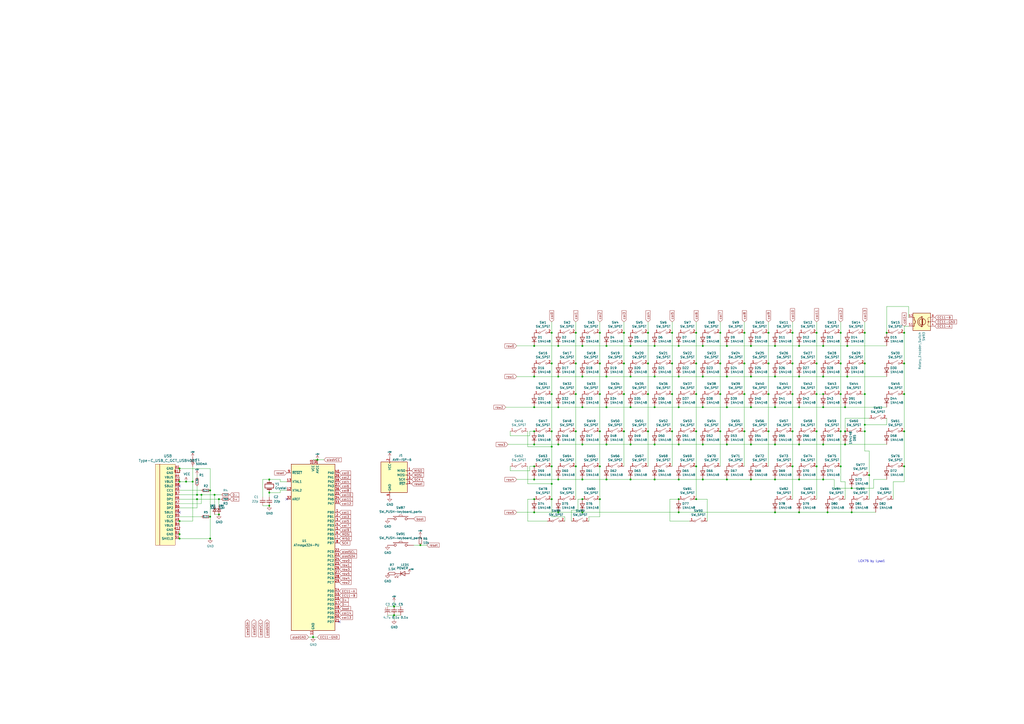
<source format=kicad_sch>
(kicad_sch (version 20211123) (generator eeschema)
  (paper "A2")
  (title_block (title "LCK75 by Lyso1"))
  (junction (at 361.95 210.82))
  (junction (at 407.67 218.44))
  (junction (at 524.51 250.19))
  (junction (at 337.82 236.22))
  (junction (at 421.64 257.81))
  (junction (at 491.49 200.66))
  (junction (at 393.7 236.22))
  (junction (at 417.83 210.82))
  (junction (at 477.52 257.81))
  (junction (at 487.68 270.51))
  (junction (at 393.7 297.18))
  (junction (at 107.95 279.4))
  (junction (at 407.67 278.13))
  (junction (at 431.8 193.04))
  (junction (at 494.03 297.18))
  (junction (at 127 298.45))
  (junction (at 379.73 278.13))
  (junction (at 463.55 257.81))
  (junction (at 309.88 270.51))
  (junction (at 421.64 236.22))
  (junction (at 334.01 193.04))
  (junction (at 361.95 193.04))
  (junction (at 116.84 287.02))
  (junction (at 435.61 257.81))
  (junction (at 104.14 271.78))
  (junction (at 104.14 302.26))
  (junction (at 104.14 312.42))
  (junction (at 435.61 200.66))
  (junction (at 309.88 236.22))
  (junction (at 403.86 270.51))
  (junction (at 347.98 289.56))
  (junction (at 124.46 287.02))
  (junction (at 477.52 228.6))
  (junction (at 487.68 210.82))
  (junction (at 156.21 293.37))
  (junction (at 347.98 270.51))
  (junction (at 435.61 278.13))
  (junction (at 459.74 250.19))
  (junction (at 403.86 193.04))
  (junction (at 449.58 200.66))
  (junction (at 309.88 278.13))
  (junction (at 403.86 210.82))
  (junction (at 393.7 218.44))
  (junction (at 337.82 257.81))
  (junction (at 365.76 218.44))
  (junction (at 309.88 297.18))
  (junction (at 323.85 257.81))
  (junction (at 389.89 210.82))
  (junction (at 407.67 236.22))
  (junction (at 435.61 218.44))
  (junction (at 104.14 309.88))
  (junction (at 337.82 289.56))
  (junction (at 501.65 246.38))
  (junction (at 379.73 200.66))
  (junction (at 501.65 210.82))
  (junction (at 477.52 218.44))
  (junction (at 243.84 316.23))
  (junction (at 477.52 200.66))
  (junction (at 365.76 257.81))
  (junction (at 365.76 200.66))
  (junction (at 361.95 228.6))
  (junction (at 501.65 193.04))
  (junction (at 309.88 289.56))
  (junction (at 431.8 210.82))
  (junction (at 501.65 250.19))
  (junction (at 449.58 297.18))
  (junction (at 449.58 278.13))
  (junction (at 463.55 200.66))
  (junction (at 421.64 200.66))
  (junction (at 320.04 250.19))
  (junction (at 309.88 218.44))
  (junction (at 379.73 218.44))
  (junction (at 228.6 356.87))
  (junction (at 393.7 200.66))
  (junction (at 459.74 210.82))
  (junction (at 417.83 250.19))
  (junction (at 524.51 228.6))
  (junction (at 347.98 193.04))
  (junction (at 121.92 284.48))
  (junction (at 473.71 210.82))
  (junction (at 323.85 278.13))
  (junction (at 393.7 289.56))
  (junction (at 351.79 236.22))
  (junction (at 504.19 275.59))
  (junction (at 320.04 193.04))
  (junction (at 104.14 279.4))
  (junction (at 228.6 351.79))
  (junction (at 463.55 278.13))
  (junction (at 375.92 250.19))
  (junction (at 347.98 250.19))
  (junction (at 351.79 200.66))
  (junction (at 337.82 218.44))
  (junction (at 445.77 193.04))
  (junction (at 445.77 210.82))
  (junction (at 323.85 297.18))
  (junction (at 320.04 280.67))
  (junction (at 403.86 289.56))
  (junction (at 473.71 270.51))
  (junction (at 351.79 257.81))
  (junction (at 320.04 270.51))
  (junction (at 407.67 200.66))
  (junction (at 181.61 369.57))
  (junction (at 524.51 270.51))
  (junction (at 389.89 250.19))
  (junction (at 490.22 236.22))
  (junction (at 435.61 236.22))
  (junction (at 309.88 257.81))
  (junction (at 323.85 218.44))
  (junction (at 487.68 228.6))
  (junction (at 127 289.56))
  (junction (at 417.83 193.04))
  (junction (at 375.92 228.6))
  (junction (at 320.04 228.6))
  (junction (at 309.88 200.66))
  (junction (at 491.49 218.44))
  (junction (at 431.8 228.6))
  (junction (at 477.52 236.22))
  (junction (at 379.73 257.81))
  (junction (at 421.64 218.44))
  (junction (at 309.88 250.19))
  (junction (at 337.82 278.13))
  (junction (at 121.92 299.72))
  (junction (at 389.89 228.6))
  (junction (at 407.67 257.81))
  (junction (at 463.55 236.22))
  (junction (at 514.35 193.04))
  (junction (at 351.79 218.44))
  (junction (at 463.55 218.44))
  (junction (at 323.85 200.66))
  (junction (at 323.85 236.22))
  (junction (at 389.89 193.04))
  (junction (at 334.01 250.19))
  (junction (at 449.58 257.81))
  (junction (at 449.58 236.22))
  (junction (at 334.01 228.6))
  (junction (at 490.22 257.81))
  (junction (at 524.51 210.82))
  (junction (at 473.71 228.6))
  (junction (at 121.92 312.42))
  (junction (at 494.03 283.21))
  (junction (at 501.65 228.6))
  (junction (at 459.74 193.04))
  (junction (at 403.86 250.19))
  (junction (at 487.68 193.04))
  (junction (at 337.82 200.66))
  (junction (at 480.06 297.18))
  (junction (at 337.82 297.18))
  (junction (at 334.01 210.82))
  (junction (at 379.73 236.22))
  (junction (at 320.04 259.08))
  (junction (at 393.7 278.13))
  (junction (at 184.15 266.7))
  (junction (at 114.3 287.02))
  (junction (at 524.51 193.04))
  (junction (at 365.76 236.22))
  (junction (at 459.74 228.6))
  (junction (at 459.74 270.51))
  (junction (at 111.76 279.4))
  (junction (at 473.71 250.19))
  (junction (at 375.92 210.82))
  (junction (at 114.3 289.56))
  (junction (at 365.76 278.13))
  (junction (at 320.04 210.82))
  (junction (at 375.92 193.04))
  (junction (at 156.21 285.75))
  (junction (at 490.22 250.19))
  (junction (at 347.98 210.82))
  (junction (at 361.95 250.19))
  (junction (at 347.98 228.6))
  (junction (at 393.7 257.81))
  (junction (at 463.55 297.18))
  (junction (at 487.68 250.19))
  (junction (at 417.83 228.6))
  (junction (at 473.71 193.04))
  (junction (at 320.04 289.56))
  (junction (at 431.8 250.19))
  (junction (at 445.77 250.19))
  (junction (at 351.79 278.13))
  (junction (at 334.01 270.51))
  (junction (at 403.86 228.6))
  (junction (at 445.77 228.6))
  (junction (at 449.58 218.44))
  (junction (at 156.21 278.13))
  (junction (at 477.52 278.13))
  (junction (at 421.64 278.13))
  (no_connect (at 104.14 281.94))
  (no_connect (at 104.14 297.18))
  (no_connect (at 196.85 360.68))
  (no_connect (at 166.37 289.56))
  (wire (pts (xy 389.89 210.82) (xy 389.89 193.04)))
  (wire (pts (xy 306.07 289.56) (xy 309.88 289.56)))
  (wire (pts (xy 334.01 289.56) (xy 334.01 270.51)))
  (wire (pts (xy 435.61 257.81) (xy 449.58 257.81)))
  (wire (pts (xy 337.82 218.44) (xy 351.79 218.44)))
  (wire (pts (xy 388.62 289.56) (xy 393.7 289.56)))
  (wire (pts (xy 501.65 246.38) (xy 501.65 250.19)))
  (wire (pts (xy 375.92 250.19) (xy 375.92 228.6)))
  (wire (pts (xy 323.85 297.18) (xy 337.82 297.18)))
  (wire (pts (xy 375.92 270.51) (xy 375.92 250.19)))
  (wire (pts (xy 407.67 200.66) (xy 421.64 200.66)))
  (wire (pts (xy 459.74 210.82) (xy 459.74 193.04)))
  (wire (pts (xy 107.95 279.4) (xy 111.76 279.4)))
  (wire (pts (xy 299.72 200.66) (xy 309.88 200.66)))
  (wire (pts (xy 403.86 289.56) (xy 403.86 270.51)))
  (wire (pts (xy 351.79 278.13) (xy 365.76 278.13)))
  (wire (pts (xy 320.04 228.6) (xy 320.04 210.82)))
  (wire (pts (xy 320.04 299.72) (xy 320.04 289.56)))
  (wire (pts (xy 307.34 273.05) (xy 307.34 270.51)))
  (wire (pts (xy 309.88 218.44) (xy 323.85 218.44)))
  (wire (pts (xy 351.79 257.81) (xy 365.76 257.81)))
  (wire (pts (xy 403.86 210.82) (xy 403.86 193.04)))
  (wire (pts (xy 501.65 210.82) (xy 501.65 193.04)))
  (wire (pts (xy 162.56 278.13) (xy 162.56 279.4)))
  (wire (pts (xy 463.55 218.44) (xy 477.52 218.44)))
  (wire (pts (xy 449.58 236.22) (xy 463.55 236.22)))
  (wire (pts (xy 393.7 200.66) (xy 407.67 200.66)))
  (wire (pts (xy 379.73 236.22) (xy 393.7 236.22)))
  (wire (pts (xy 473.71 193.04) (xy 473.71 186.69)))
  (wire (pts (xy 114.3 294.64) (xy 104.14 294.64)))
  (wire (pts (xy 500.38 250.19) (xy 501.65 250.19)))
  (wire (pts (xy 156.21 278.13) (xy 152.4 278.13)))
  (wire (pts (xy 104.14 307.34) (xy 104.14 309.88)))
  (wire (pts (xy 104.14 284.48) (xy 116.84 284.48)))
  (wire (pts (xy 361.95 210.82) (xy 361.95 228.6)))
  (wire (pts (xy 104.14 271.78) (xy 121.92 271.78)))
  (wire (pts (xy 104.14 309.88) (xy 104.14 312.42)))
  (wire (pts (xy 307.34 270.51) (xy 309.88 270.51)))
  (wire (pts (xy 306.07 270.51) (xy 306.07 280.67)))
  (wire (pts (xy 375.92 210.82) (xy 375.92 193.04)))
  (wire (pts (xy 494.03 283.21) (xy 506.73 283.21)))
  (wire (pts (xy 524.51 210.82) (xy 524.51 228.6)))
  (wire (pts (xy 335.28 295.91) (xy 335.28 289.56)))
  (wire (pts (xy 156.21 278.13) (xy 162.56 278.13)))
  (wire (pts (xy 445.77 193.04) (xy 445.77 186.69)))
  (wire (pts (xy 407.67 236.22) (xy 421.64 236.22)))
  (wire (pts (xy 400.05 302.26) (xy 388.62 302.26)))
  (wire (pts (xy 104.14 276.86) (xy 104.14 279.4)))
  (wire (pts (xy 295.91 270.51) (xy 295.91 273.05)))
  (wire (pts (xy 403.86 270.51) (xy 403.86 250.19)))
  (wire (pts (xy 491.49 218.44) (xy 514.35 218.44)))
  (wire (pts (xy 445.77 270.51) (xy 445.77 250.19)))
  (wire (pts (xy 361.95 193.04) (xy 361.95 210.82)))
  (wire (pts (xy 524.51 189.23) (xy 527.05 189.23)))
  (wire (pts (xy 114.3 289.56) (xy 127 289.56)))
  (wire (pts (xy 114.3 287.02) (xy 114.3 281.94)))
  (wire (pts (xy 473.71 210.82) (xy 473.71 193.04)))
  (wire (pts (xy 323.85 257.81) (xy 337.82 257.81)))
  (wire (pts (xy 114.3 287.02) (xy 116.84 287.02)))
  (wire (pts (xy 463.55 200.66) (xy 477.52 200.66)))
  (wire (pts (xy 407.67 218.44) (xy 421.64 218.44)))
  (wire (pts (xy 477.52 278.13) (xy 483.87 278.13)))
  (wire (pts (xy 347.98 299.72) (xy 347.98 289.56)))
  (wire (pts (xy 104.14 304.8) (xy 104.14 302.26)))
  (wire (pts (xy 449.58 278.13) (xy 463.55 278.13)))
  (wire (pts (xy 347.98 250.19) (xy 347.98 228.6)))
  (wire (pts (xy 341.63 299.72) (xy 347.98 299.72)))
  (wire (pts (xy 504.19 261.62) (xy 501.65 261.62)))
  (wire (pts (xy 309.88 297.18) (xy 323.85 297.18)))
  (wire (pts (xy 306.07 302.26) (xy 306.07 289.56)))
  (wire (pts (xy 410.21 289.56) (xy 403.86 289.56)))
  (wire (pts (xy 320.04 259.08) (xy 320.04 250.19)))
  (wire (pts (xy 393.7 218.44) (xy 407.67 218.44)))
  (wire (pts (xy 524.51 189.23) (xy 524.51 193.04)))
  (wire (pts (xy 124.46 287.02) (xy 124.46 293.37)))
  (wire (pts (xy 431.8 270.51) (xy 431.8 250.19)))
  (wire (pts (xy 294.64 257.81) (xy 309.88 257.81)))
  (wire (pts (xy 307.34 250.19) (xy 309.88 250.19)))
  (wire (pts (xy 518.16 279.4) (xy 524.51 279.4)))
  (wire (pts (xy 361.95 186.69) (xy 361.95 193.04)))
  (wire (pts (xy 295.91 252.73) (xy 307.34 252.73)))
  (wire (pts (xy 445.77 228.6) (xy 445.77 210.82)))
  (wire (pts (xy 365.76 200.66) (xy 379.73 200.66)))
  (wire (pts (xy 474.98 228.6) (xy 477.52 228.6)))
  (wire (pts (xy 184.15 369.57) (xy 181.61 369.57)))
  (wire (pts (xy 477.52 257.81) (xy 490.22 257.81)))
  (wire (pts (xy 306.07 250.19) (xy 306.07 259.08)))
  (wire (pts (xy 323.85 278.13) (xy 337.82 278.13)))
  (wire (pts (xy 500.38 228.6) (xy 501.65 228.6)))
  (wire (pts (xy 299.72 297.18) (xy 309.88 297.18)))
  (wire (pts (xy 463.55 257.81) (xy 477.52 257.81)))
  (wire (pts (xy 156.21 285.75) (xy 156.21 288.29)))
  (wire (pts (xy 393.7 278.13) (xy 407.67 278.13)))
  (wire (pts (xy 116.84 287.02) (xy 124.46 287.02)))
  (wire (pts (xy 527.05 177.8) (xy 514.35 177.8)))
  (wire (pts (xy 347.98 210.82) (xy 347.98 193.04)))
  (wire (pts (xy 477.52 236.22) (xy 490.22 236.22)))
  (wire (pts (xy 351.79 236.22) (xy 365.76 236.22)))
  (wire (pts (xy 417.83 270.51) (xy 417.83 250.19)))
  (wire (pts (xy 388.62 302.26) (xy 388.62 289.56)))
  (wire (pts (xy 490.22 279.4) (xy 487.68 279.4)))
  (wire (pts (xy 351.79 200.66) (xy 365.76 200.66)))
  (wire (pts (xy 417.83 228.6) (xy 417.83 210.82)))
  (wire (pts (xy 487.68 228.6) (xy 487.68 250.19)))
  (wire (pts (xy 431.8 210.82) (xy 431.8 193.04)))
  (wire (pts (xy 379.73 200.66) (xy 393.7 200.66)))
  (wire (pts (xy 421.64 236.22) (xy 435.61 236.22)))
  (wire (pts (xy 501.65 210.82) (xy 501.65 228.6)))
  (wire (pts (xy 320.04 289.56) (xy 320.04 280.67)))
  (wire (pts (xy 389.89 270.51) (xy 389.89 250.19)))
  (wire (pts (xy 473.71 250.19) (xy 473.71 228.6)))
  (wire (pts (xy 393.7 257.81) (xy 407.67 257.81)))
  (wire (pts (xy 111.76 302.26) (xy 104.14 302.26)))
  (wire (pts (xy 379.73 278.13) (xy 393.7 278.13)))
  (wire (pts (xy 459.74 228.6) (xy 459.74 210.82)))
  (wire (pts (xy 393.7 236.22) (xy 407.67 236.22)))
  (wire (pts (xy 483.87 283.21) (xy 483.87 278.13)))
  (wire (pts (xy 309.88 278.13) (xy 323.85 278.13)))
  (wire (pts (xy 111.76 279.4) (xy 111.76 270.51)))
  (wire (pts (xy 389.89 193.04) (xy 389.89 186.69)))
  (wire (pts (xy 431.8 228.6) (xy 431.8 210.82)))
  (wire (pts (xy 365.76 218.44) (xy 379.73 218.44)))
  (wire (pts (xy 307.34 252.73) (xy 307.34 250.19)))
  (wire (pts (xy 365.76 236.22) (xy 379.73 236.22)))
  (wire (pts (xy 306.07 280.67) (xy 320.04 280.67)))
  (wire (pts (xy 524.51 193.04) (xy 524.51 210.82)))
  (wire (pts (xy 116.84 287.02) (xy 116.84 292.1)))
  (wire (pts (xy 104.14 312.42) (xy 121.92 312.42)))
  (wire (pts (xy 320.04 250.19) (xy 320.04 228.6)))
  (wire (pts (xy 524.51 279.4) (xy 524.51 270.51)))
  (wire (pts (xy 334.01 193.04) (xy 334.01 186.69)))
  (wire (pts (xy 435.61 218.44) (xy 449.58 218.44)))
  (wire (pts (xy 403.86 228.6) (xy 403.86 210.82)))
  (wire (pts (xy 337.82 236.22) (xy 351.79 236.22)))
  (wire (pts (xy 293.37 236.22) (xy 309.88 236.22)))
  (wire (pts (xy 116.84 292.1) (xy 104.14 292.1)))
  (wire (pts (xy 124.46 287.02) (xy 128.27 287.02)))
  (wire (pts (xy 501.65 228.6) (xy 501.65 246.38)))
  (wire (pts (xy 331.47 302.26) (xy 331.47 295.91)))
  (wire (pts (xy 347.98 270.51) (xy 347.98 250.19)))
  (wire (pts (xy 490.22 289.56) (xy 490.22 279.4)))
  (wire (pts (xy 361.95 250.19) (xy 361.95 270.51)))
  (wire (pts (xy 341.63 302.26) (xy 341.63 299.72)))
  (wire (pts (xy 152.4 293.37) (xy 156.21 293.37)))
  (wire (pts (xy 111.76 279.4) (xy 111.76 302.26)))
  (wire (pts (xy 421.64 200.66) (xy 435.61 200.66)))
  (wire (pts (xy 323.85 200.66) (xy 337.82 200.66)))
  (wire (pts (xy 228.6 356.87) (xy 228.6 359.41)))
  (wire (pts (xy 365.76 278.13) (xy 379.73 278.13)))
  (wire (pts (xy 459.74 250.19) (xy 459.74 228.6)))
  (wire (pts (xy 337.82 278.13) (xy 351.79 278.13)))
  (wire (pts (xy 320.04 270.51) (xy 320.04 259.08)))
  (wire (pts (xy 431.8 193.04) (xy 431.8 186.69)))
  (wire (pts (xy 389.89 228.6) (xy 389.89 210.82)))
  (wire (pts (xy 327.66 302.26) (xy 327.66 299.72)))
  (wire (pts (xy 463.55 297.18) (xy 480.06 297.18)))
  (wire (pts (xy 334.01 250.19) (xy 334.01 228.6)))
  (wire (pts (xy 347.98 289.56) (xy 347.98 270.51)))
  (wire (pts (xy 487.68 279.4) (xy 487.68 270.51)))
  (wire (pts (xy 361.95 228.6) (xy 361.95 250.19)))
  (wire (pts (xy 514.35 242.57) (xy 514.35 246.38)))
  (wire (pts (xy 162.56 284.48) (xy 166.37 284.48)))
  (wire (pts (xy 295.91 273.05) (xy 307.34 273.05)))
  (wire (pts (xy 309.88 257.81) (xy 323.85 257.81)))
  (wire (pts (xy 490.22 236.22) (xy 514.35 236.22)))
  (wire (pts (xy 331.47 295.91) (xy 335.28 295.91)))
  (wire (pts (xy 494.03 297.18) (xy 508 297.18)))
  (wire (pts (xy 334.01 270.51) (xy 334.01 250.19)))
  (wire (pts (xy 299.72 218.44) (xy 309.88 218.44)))
  (wire (pts (xy 518.16 289.56) (xy 518.16 279.4)))
  (wire (pts (xy 224.79 351.79) (xy 228.6 351.79)))
  (wire (pts (xy 309.88 200.66) (xy 323.85 200.66)))
  (wire (pts (xy 104.14 279.4) (xy 107.95 279.4)))
  (wire (pts (xy 347.98 193.04) (xy 347.98 186.69)))
  (wire (pts (xy 181.61 369.57) (xy 179.07 369.57)))
  (wire (pts (xy 459.74 270.51) (xy 459.74 250.19)))
  (wire (pts (xy 334.01 210.82) (xy 334.01 193.04)))
  (wire (pts (xy 104.14 299.72) (xy 116.84 299.72)))
  (wire (pts (xy 375.92 228.6) (xy 375.92 210.82)))
  (wire (pts (xy 243.84 316.23) (xy 240.03 316.23)))
  (wire (pts (xy 334.01 228.6) (xy 334.01 210.82)))
  (wire (pts (xy 407.67 278.13) (xy 421.64 278.13)))
  (wire (pts (xy 435.61 236.22) (xy 449.58 236.22)))
  (wire (pts (xy 184.15 266.7) (xy 187.96 266.7)))
  (wire (pts (xy 228.6 351.79) (xy 228.6 349.25)))
  (wire (pts (xy 389.89 250.19) (xy 389.89 228.6)))
  (wire (pts (xy 104.14 287.02) (xy 114.3 287.02)))
  (wire (pts (xy 445.77 210.82) (xy 445.77 193.04)))
  (wire (pts (xy 162.56 279.4) (xy 166.37 279.4)))
  (wire (pts (xy 473.71 228.6) (xy 473.71 210.82)))
  (wire (pts (xy 403.86 250.19) (xy 403.86 228.6)))
  (wire (pts (xy 299.72 278.13) (xy 309.88 278.13)))
  (wire (pts (xy 323.85 236.22) (xy 337.82 236.22)))
  (wire (pts (xy 459.74 289.56) (xy 459.74 270.51)))
  (wire (pts (xy 449.58 257.81) (xy 463.55 257.81)))
  (wire (pts (xy 506.73 278.13) (xy 506.73 283.21)))
  (wire (pts (xy 487.68 250.19) (xy 487.68 270.51)))
  (wire (pts (xy 379.73 218.44) (xy 393.7 218.44)))
  (wire (pts (xy 347.98 228.6) (xy 347.98 210.82)))
  (wire (pts (xy 121.92 271.78) (xy 121.92 284.48)))
  (wire (pts (xy 421.64 278.13) (xy 435.61 278.13)))
  (wire (pts (xy 121.92 299.72) (xy 121.92 312.42)))
  (wire (pts (xy 327.66 299.72) (xy 320.04 299.72)))
  (wire (pts (xy 407.67 257.81) (xy 421.64 257.81)))
  (wire (pts (xy 337.82 297.18) (xy 393.7 297.18)))
  (wire (pts (xy 504.19 242.57) (xy 490.22 242.57)))
  (wire (pts (xy 487.68 193.04) (xy 487.68 186.69)))
  (wire (pts (xy 421.64 257.81) (xy 435.61 257.81)))
  (wire (pts (xy 473.71 289.56) (xy 473.71 270.51)))
  (wire (pts (xy 501.65 193.04) (xy 501.65 186.69)))
  (wire (pts (xy 335.28 289.56) (xy 337.82 289.56)))
  (wire (pts (xy 309.88 236.22) (xy 323.85 236.22)))
  (wire (pts (xy 379.73 257.81) (xy 393.7 257.81)))
  (wire (pts (xy 228.6 356.87) (xy 232.41 356.87)))
  (wire (pts (xy 473.71 270.51) (xy 473.71 250.19)))
  (wire (pts (xy 514.35 246.38) (xy 501.65 246.38)))
  (wire (pts (xy 162.56 285.75) (xy 162.56 284.48)))
  (wire (pts (xy 317.5 302.26) (xy 306.07 302.26)))
  (wire (pts (xy 445.77 250.19) (xy 445.77 228.6)))
  (wire (pts (xy 337.82 200.66) (xy 351.79 200.66)))
  (wire (pts (xy 514.35 177.8) (xy 514.35 193.04)))
  (wire (pts (xy 501.65 250.19) (xy 501.65 261.62)))
  (wire (pts (xy 121.92 284.48) (xy 121.92 299.72)))
  (wire (pts (xy 124.46 298.45) (xy 127 298.45)))
  (wire (pts (xy 114.3 289.56) (xy 114.3 294.64)))
  (wire (pts (xy 393.7 297.18) (xy 449.58 297.18)))
  (wire (pts (xy 320.04 210.82) (xy 320.04 193.04)))
  (wire (pts (xy 490.22 257.81) (xy 514.35 257.81)))
  (wire (pts (xy 477.52 218.44) (xy 491.49 218.44)))
  (wire (pts (xy 431.8 250.19) (xy 431.8 228.6)))
  (wire (pts (xy 181.61 266.7) (xy 184.15 266.7)))
  (wire (pts (xy 365.76 257.81) (xy 379.73 257.81)))
  (wire (pts (xy 127 289.56) (xy 127 293.37)))
  (wire (pts (xy 421.64 218.44) (xy 435.61 218.44)))
  (wire (pts (xy 480.06 297.18) (xy 494.03 297.18)))
  (wire (pts (xy 506.73 278.13) (xy 514.35 278.13)))
  (wire (pts (xy 463.55 278.13) (xy 477.52 278.13)))
  (wire (pts (xy 449.58 297.18) (xy 463.55 297.18)))
  (wire (pts (xy 487.68 228.6) (xy 487.68 210.82)))
  (wire (pts (xy 323.85 218.44) (xy 337.82 218.44)))
  (wire (pts (xy 351.79 218.44) (xy 365.76 218.44)))
  (wire (pts (xy 449.58 218.44) (xy 463.55 218.44)))
  (wire (pts (xy 463.55 236.22) (xy 477.52 236.22)))
  (wire (pts (xy 504.19 289.56) (xy 504.19 275.59)))
  (wire (pts (xy 490.22 242.57) (xy 490.22 250.19)))
  (wire (pts (xy 524.51 270.51) (xy 524.51 250.19)))
  (wire (pts (xy 127 289.56) (xy 128.27 289.56)))
  (wire (pts (xy 417.83 193.04) (xy 417.83 186.69)))
  (wire (pts (xy 410.21 302.26) (xy 410.21 289.56)))
  (wire (pts (xy 487.68 210.82) (xy 487.68 193.04)))
  (wire (pts (xy 417.83 250.19) (xy 417.83 228.6)))
  (wire (pts (xy 306.07 259.08) (xy 320.04 259.08)))
  (wire (pts (xy 104.14 274.32) (xy 104.14 271.78)))
  (wire (pts (xy 477.52 200.66) (xy 491.49 200.66)))
  (wire (pts (xy 435.61 278.13) (xy 449.58 278.13)))
  (wire (pts (xy 527.05 184.15) (xy 527.05 177.8)))
  (wire (pts (xy 228.6 351.79) (xy 232.41 351.79)))
  (wire (pts (xy 483.87 283.21) (xy 494.03 283.21)))
  (wire (pts (xy 504.19 275.59) (xy 504.19 261.62)))
  (wire (pts (xy 403.86 193.04) (xy 403.86 186.69)))
  (wire (pts (xy 459.74 193.04) (xy 459.74 186.69)))
  (wire (pts (xy 320.04 280.67) (xy 320.04 270.51)))
  (wire (pts (xy 152.4 278.13) (xy 152.4 288.29)))
  (wire (pts (xy 156.21 285.75) (xy 162.56 285.75)))
  (wire (pts (xy 435.61 200.66) (xy 449.58 200.66)))
  (wire (pts (xy 524.51 228.6) (xy 524.51 250.19)))
  (wire (pts (xy 295.91 250.19) (xy 295.91 252.73)))
  (wire (pts (xy 375.92 193.04) (xy 375.92 186.69)))
  (wire (pts (xy 104.14 289.56) (xy 114.3 289.56)))
  (wire (pts (xy 114.3 276.86) (xy 114.3 275.59)))
  (wire (pts (xy 337.82 257.81) (xy 351.79 257.81)))
  (wire (pts (xy 320.04 193.04) (xy 320.04 186.69)))
  (wire (pts (xy 491.49 200.66) (xy 514.35 200.66)))
  (wire (pts (xy 224.79 356.87) (xy 228.6 356.87)))
  (wire (pts (xy 417.83 210.82) (xy 417.83 193.04)))
  (wire (pts (xy 247.65 316.23) (xy 243.84 316.23)))
  (wire (pts (xy 181.61 368.3) (xy 181.61 369.57)))
  (wire (pts (xy 449.58 200.66) (xy 463.55 200.66)))
  (text "LCK75 by Lyso1" (at 497.84 326.39 0) (effects (font (size 1.27 1.27)) (justify left bottom)))
  (global_label "boot" (shape input) (at 196.85 353.06 0) (property "Intersheet References" "${INTERSHEET_REFS}" (effects hide)))
  (global_label "D-" (shape input) (at 133.35 287.02 0) (property "Intersheet References" "${INTERSHEET_REFS}" (effects hide)))
  (global_label "col9" (shape input) (at 445.77 186.69 90) (property "Intersheet References" "${INTERSHEET_REFS}" (effects hide)))
  (global_label "EC11-GND" (shape input) (at 542.29 186.69 0) (property "Intersheet References" "${INTERSHEET_REFS}" (effects hide)))
  (global_label "col10" (shape input) (at 459.74 186.69 90) (property "Intersheet References" "${INTERSHEET_REFS}" (effects hide)))
  (global_label "col10" (shape input) (at 196.85 287.02 0) (property "Intersheet References" "${INTERSHEET_REFS}" (effects hide)))
  (global_label "col5" (shape input) (at 196.85 302.26 0) (property "Intersheet References" "${INTERSHEET_REFS}" (effects hide)))
  (global_label "EC11-A" (shape input) (at 196.85 342.9 0) (property "Intersheet References" "${INTERSHEET_REFS}" (effects hide)))
  (global_label "col4" (shape input) (at 375.92 186.69 90) (property "Intersheet References" "${INTERSHEET_REFS}" (effects hide)))
  (global_label "col5" (shape input) (at 389.89 186.69 90) (property "Intersheet References" "${INTERSHEET_REFS}" (effects hide)))
  (global_label "reset" (shape input) (at 166.37 274.32 180) (property "Intersheet References" "${INTERSHEET_REFS}" (effects hide)))
  (global_label "col8" (shape input) (at 431.8 186.69 90) (property "Intersheet References" "${INTERSHEET_REFS}" (effects hide)))
  (global_label "row4" (shape input) (at 196.85 335.28 0) (property "Intersheet References" "${INTERSHEET_REFS}" (effects hide)))
  (global_label "col12" (shape input) (at 196.85 292.1 0) (property "Intersheet References" "${INTERSHEET_REFS}" (effects hide)))
  (global_label "row1" (shape input) (at 299.72 218.44 180) (property "Intersheet References" "${INTERSHEET_REFS}" (effects hide)))
  (global_label "boot" (shape input) (at 240.03 300.99 0) (property "Intersheet References" "${INTERSHEET_REFS}" (effects hide)))
  (global_label "oledSDA" (shape input) (at 143.51 359.41 270) (property "Intersheet References" "${INTERSHEET_REFS}" (effects hide)))
  (global_label "oledSCL" (shape input) (at 196.85 320.04 0) (property "Intersheet References" "${INTERSHEET_REFS}" (effects hide)))
  (global_label "col0" (shape input) (at 320.04 186.69 90) (property "Intersheet References" "${INTERSHEET_REFS}" (effects hide)))
  (global_label "EC11-B" (shape input) (at 196.85 345.44 0) (property "Intersheet References" "${INTERSHEET_REFS}" (effects hide)))
  (global_label "col1" (shape input) (at 334.01 186.69 90) (property "Intersheet References" "${INTERSHEET_REFS}" (effects hide)))
  (global_label "EC11-GND" (shape input) (at 184.15 369.57 0) (property "Intersheet References" "${INTERSHEET_REFS}" (effects hide)))
  (global_label "row5" (shape input) (at 196.85 332.74 0) (property "Intersheet References" "${INTERSHEET_REFS}" (effects hide)))
  (global_label "oledSDA" (shape input) (at 196.85 322.58 0) (property "Intersheet References" "${INTERSHEET_REFS}" (effects hide)))
  (global_label "col2" (shape input) (at 347.98 186.69 90) (property "Intersheet References" "${INTERSHEET_REFS}" (effects hide)))
  (global_label "col4" (shape input) (at 196.85 279.4 0) (property "Intersheet References" "${INTERSHEET_REFS}" (effects hide)))
  (global_label "oledGND" (shape input) (at 154.94 359.41 270) (property "Intersheet References" "${INTERSHEET_REFS}" (effects hide)))
  (global_label "oledSCL" (shape input) (at 147.32 359.41 270) (property "Intersheet References" "${INTERSHEET_REFS}" (effects hide)))
  (global_label "col0" (shape input) (at 196.85 274.32 0) (property "Intersheet References" "${INTERSHEET_REFS}" (effects hide)))
  (global_label "reset" (shape input) (at 247.65 316.23 0) (property "Intersheet References" "${INTERSHEET_REFS}" (effects hide)))
  (global_label "EC11-A" (shape input) (at 542.29 189.23 0) (property "Intersheet References" "${INTERSHEET_REFS}" (effects hide)))
  (global_label "col8" (shape input) (at 196.85 284.48 0) (property "Intersheet References" "${INTERSHEET_REFS}" (effects hide)))
  (global_label "MOSI" (shape input) (at 196.85 309.88 0) (property "Intersheet References" "${INTERSHEET_REFS}" (effects hide)))
  (global_label "SCK" (shape input) (at 196.85 314.96 0) (property "Intersheet References" "${INTERSHEET_REFS}" (effects hide)))
  (global_label "MISO" (shape input) (at 196.85 312.42 0) (property "Intersheet References" "${INTERSHEET_REFS}" (effects hide)))
  (global_label "col1" (shape input) (at 196.85 297.18 0) (property "Intersheet References" "${INTERSHEET_REFS}" (effects hide)))
  (global_label "SCK" (shape input) (at 238.76 278.13 0) (property "Intersheet References" "${INTERSHEET_REFS}" (effects hide)))
  (global_label "oledGND" (shape input) (at 179.07 369.57 180) (property "Intersheet References" "${INTERSHEET_REFS}" (effects hide)))
  (global_label "col3" (shape input) (at 196.85 299.72 0) (property "Intersheet References" "${INTERSHEET_REFS}" (effects hide)))
  (global_label "oledVCC" (shape input) (at 151.13 359.41 270) (property "Intersheet References" "${INTERSHEET_REFS}" (effects hide)))
  (global_label "row5" (shape input) (at 299.72 297.18 180) (property "Intersheet References" "${INTERSHEET_REFS}" (effects hide)))
  (global_label "D+" (shape input) (at 133.35 289.56 0) (property "Intersheet References" "${INTERSHEET_REFS}" (effects hide)))
  (global_label "row2" (shape input) (at 293.37 236.22 180) (property "Intersheet References" "${INTERSHEET_REFS}" (effects hide)))
  (global_label "oledVCC" (shape input) (at 187.96 266.7 0) (property "Intersheet References" "${INTERSHEET_REFS}" (effects hide)))
  (global_label "col7" (shape input) (at 196.85 304.8 0) (property "Intersheet References" "${INTERSHEET_REFS}" (effects hide)))
  (global_label "col7" (shape input) (at 417.83 186.69 90) (property "Intersheet References" "${INTERSHEET_REFS}" (effects hide)))
  (global_label "col14" (shape input) (at 524.51 189.23 90) (property "Intersheet References" "${INTERSHEET_REFS}" (effects hide)))
  (global_label "D+" (shape input) (at 196.85 347.98 0) (property "Intersheet References" "${INTERSHEET_REFS}" (effects hide)))
  (global_label "col6" (shape input) (at 403.86 186.69 90) (property "Intersheet References" "${INTERSHEET_REFS}" (effects hide)))
  (global_label "col9" (shape input) (at 196.85 307.34 0) (property "Intersheet References" "${INTERSHEET_REFS}" (effects hide)))
  (global_label "col3" (shape input) (at 361.95 186.69 90) (property "Intersheet References" "${INTERSHEET_REFS}" (effects hide)))
  (global_label "row1" (shape input) (at 196.85 327.66 0) (property "Intersheet References" "${INTERSHEET_REFS}" (effects hide)))
  (global_label "row3" (shape input) (at 196.85 330.2 0) (property "Intersheet References" "${INTERSHEET_REFS}" (effects hide)))
  (global_label "col6" (shape input) (at 196.85 281.94 0) (property "Intersheet References" "${INTERSHEET_REFS}" (effects hide)))
  (global_label "row3" (shape input) (at 294.64 257.81 180) (property "Intersheet References" "${INTERSHEET_REFS}" (effects hide)))
  (global_label "col11" (shape input) (at 196.85 289.56 0) (property "Intersheet References" "${INTERSHEET_REFS}" (effects hide)))
  (global_label "col13" (shape input) (at 196.85 358.14 0) (property "Intersheet References" "${INTERSHEET_REFS}" (effects hide)))
  (global_label "reset" (shape input) (at 238.76 280.67 0) (property "Intersheet References" "${INTERSHEET_REFS}" (effects hide)))
  (global_label "row0" (shape input) (at 196.85 325.12 0) (property "Intersheet References" "${INTERSHEET_REFS}" (effects hide)))
  (global_label "col2" (shape input) (at 196.85 276.86 0) (property "Intersheet References" "${INTERSHEET_REFS}" (effects hide)))
  (global_label "MOSI" (shape input) (at 238.76 275.59 0) (property "Intersheet References" "${INTERSHEET_REFS}" (effects hide)))
  (global_label "col12" (shape input) (at 487.68 186.69 90) (property "Intersheet References" "${INTERSHEET_REFS}" (effects hide)))
  (global_label "row2" (shape input) (at 196.85 337.82 0) (property "Intersheet References" "${INTERSHEET_REFS}" (effects hide)))
  (global_label "row4" (shape input) (at 299.72 278.13 180) (property "Intersheet References" "${INTERSHEET_REFS}" (effects hide)))
  (global_label "col11" (shape input) (at 473.71 186.69 90) (property "Intersheet References" "${INTERSHEET_REFS}" (effects hide)))
  (global_label "row0" (shape input) (at 299.72 200.66 180) (property "Intersheet References" "${INTERSHEET_REFS}" (effects hide)))
  (global_label "MISO" (shape input) (at 238.76 273.05 0) (property "Intersheet References" "${INTERSHEET_REFS}" (effects hide)))
  (global_label "EC11-B" (shape input) (at 542.29 184.15 0) (property "Intersheet References" "${INTERSHEET_REFS}" (effects hide)))
  (global_label "col13" (shape input) (at 501.65 186.69 90) (property "Intersheet References" "${INTERSHEET_REFS}" (effects hide)))
  (global_label "D-" (shape input) (at 196.85 350.52 0) (property "Intersheet References" "${INTERSHEET_REFS}" (effects hide)))
  (global_label "col14" (shape input) (at 196.85 355.6 0) (property "Intersheet References" "${INTERSHEET_REFS}" (effects hide)))
  (symbol (lib_id "Device:R_Small") (at 119.38 284.48 270) (unit 1)
    (property "Reference" "R2" (at 119.38 281.94 90))
    (property "Value" "5.1k" (at 119.38 284.48 90) (effects (font (size 0.9906 0.9906))))
    (property "Footprint" "cftkb:R_Axial_DIN0204_L3.6mm_D1.6mm_P7.62mm_Horizontal" (effects hide))
  )
  (symbol (lib_id "Device:R_Small") (at 119.38 299.72 90) (unit 1)
    (property "Reference" "R5" (at 119.38 297.18 90))
    (property "Value" "5.1k" (at 119.38 299.72 90) (effects (font (size 0.9906 0.9906))))
    (property "Footprint" "cftkb:R_Axial_DIN0204_L3.6mm_D1.6mm_P7.62mm_Horizontal" (effects hide))
  )
  (symbol (lib_id "LCK75-cache:Device_CP1_Small") (at 224.79 354.33 0) (unit 1)
    (property "Reference" "C3" (at 223.52 350.52 0) (effects (justify left)))
    (property "Value" "4.7u" (at 222.25 358.14 0) (effects (justify left)))
    (property "Footprint" "cftkb:CP_Radial_D4.0mm_P1.50mm" (effects hide))
  )
  (symbol (lib_id "Device:C_Small") (at 228.6 354.33 0) (unit 1)
    (property "Reference" "C4" (at 227.33 350.52 0) (effects (justify left)))
    (property "Value" "0.1u" (at 227.33 358.14 0) (effects (justify left)))
    (property "Footprint" "cftkb:C_Disc_D4.3mm_W1.9mm_P5.00mm" (effects hide))
  )
  (symbol (lib_id "Device:C_Small") (at 232.41 354.33 0) (unit 1)
    (property "Reference" "C5" (at 231.14 350.52 0) (effects (justify left)))
    (property "Value" "0.1u" (at 232.41 358.14 0) (effects (justify left)))
    (property "Footprint" "cftkb:C_Disc_D4.3mm_W1.9mm_P5.00mm" (effects hide))
  )
  (symbol (lib_id "LCK75-cache:MCU_Microchip_ATmega_ATmega32A-PU") (at 181.61 317.5 0) (unit 1)
    (property "Reference" "U1" (at 176.53 313.69 0))
    (property "Value" "ATmega32A-PU" (at 177.8 316.23 0))
    (property "Footprint" "Package_DIP:DIP-40_W15.24mm" (effects hide))
    (property "Datasheet" "http://ww1.microchip.com/downloads/en/DeviceDoc/atmel-8155-8-bit-microcontroller-avr-atmega32a_datasheet.pdf" (effects hide))
  )
  (symbol (lib_id "Device:D_Zener_Small") (at 124.46 295.91 270) (unit 1)
    (property "Reference" "D83" (at 121.92 293.37 90) (effects (font (size 0.9906 0.9906)) (justify left)))
    (property "Value" "3.6V" (at 121.92 294.64 90) (effects (font (size 0.9906 0.9906)) (justify left)))
    (property "Footprint" "cftkb:D_DO-35_SOD27_P5.08mm_Horizontal" (effects hide))
  )
  (symbol (lib_id "Device:D_Zener_Small") (at 127 295.91 270) (unit 1)
    (property "Reference" "D84" (at 127 293.37 90) (effects (font (size 0.9906 0.9906)) (justify left)))
    (property "Value" "3.6V" (at 127 294.64 90) (effects (font (size 0.9906 0.9906)) (justify left)))
    (property "Footprint" "cftkb:D_DO-35_SOD27_P5.08mm_Horizontal" (effects hide))
  )
  (symbol (lib_id "power:+5V") (at 228.6 349.25 0) (unit 1)
    (property "Reference" "#PWR015" (effects hide))
    (property "Value" "+5V" (at 228.4984 345.9988 0) (effects (font (size 0.762 0.762))))
  )
  (symbol (lib_id "power:+5V") (at 184.15 266.7 0) (unit 1)
    (property "Reference" "#PWR03" (effects hide))
    (property "Value" "+5V" (at 184.0484 263.4488 0) (effects (font (size 0.762 0.762))))
  )
  (symbol (lib_id "power:GND") (at 181.61 369.57 0) (unit 1)
    (property "Reference" "#PWR017" (effects hide))
    (property "Value" "GND" (at 181.737 373.9642 0))
  )
  (symbol (lib_id "Device:R_Small") (at 243.84 313.69 0) (unit 1)
    (property "Reference" "R6" (at 245.3386 312.5216 0) (effects (justify left)))
    (property "Value" "10k" (at 245.3386 314.833 0) (effects (justify left)))
    (property "Footprint" "cftkb:R_Axial_DIN0204_L3.6mm_D1.6mm_P7.62mm_Horizontal" (effects hide))
  )
  (symbol (lib_id "power:+5V") (at 243.84 311.15 0) (unit 1)
    (property "Reference" "#PWR010" (effects hide))
    (property "Value" "+5V" (at 243.7384 307.8988 0) (effects (font (size 0.762 0.762))))
  )
  (symbol (lib_id "power:GND") (at 224.79 316.23 0) (unit 1)
    (property "Reference" "#PWR012" (effects hide))
    (property "Value" "GND" (at 224.917 320.6242 0))
  )
  (symbol (lib_id "Device:LED") (at 233.68 332.74 0) (unit 1)
    (property "Reference" "LED1" (at 234.95 327.66 0))
    (property "Value" "POWER" (at 233.4514 329.565 0))
    (property "Footprint" "cftkb:LED_D3.0mm" (effects hide))
  )
  (symbol (lib_id "power:+5V") (at 237.49 332.74 0) (unit 1)
    (property "Reference" "#PWR014" (effects hide))
    (property "Value" "+5V" (at 238.76 330.2 0) (effects (font (size 0.762 0.762))))
  )
  (symbol (lib_id "Device:R_Small") (at 227.33 332.74 270) (unit 1)
    (property "Reference" "R7" (at 227.33 327.7616 90))
    (property "Value" "1.5K" (at 227.33 330.073 90))
    (property "Footprint" "cftkb:R_Axial_DIN0204_L3.6mm_D1.6mm_P7.62mm_Horizontal" (effects hide))
  )
  (symbol (lib_id "power:GND") (at 224.79 332.74 0) (unit 1)
    (property "Reference" "#PWR013" (effects hide))
    (property "Value" "GND" (at 224.917 337.1342 0))
  )
  (symbol (lib_id "power:GND") (at 224.79 300.99 0) (unit 1)
    (property "Reference" "#PWR09" (effects hide))
    (property "Value" "GND" (at 224.917 305.3842 0))
  )
  (symbol (lib_id "Device:R_Small") (at 130.81 287.02 270) (unit 1)
    (property "Reference" "R4" (at 130.81 284.48 90))
    (property "Value" "75R" (at 130.81 287.02 90) (effects (font (size 0.9906 0.9906))))
    (property "Footprint" "cftkb:R_Axial_DIN0204_L3.6mm_D1.6mm_P7.62mm_Horizontal" (effects hide))
  )
  (symbol (lib_id "Device:R_Small") (at 130.81 289.56 270) (unit 1)
    (property "Reference" "R3" (at 130.81 292.1 90))
    (property "Value" "75R" (at 130.81 289.56 90) (effects (font (size 0.9906 0.9906))))
    (property "Footprint" "cftkb:R_Axial_DIN0204_L3.6mm_D1.6mm_P7.62mm_Horizontal" (effects hide))
  )
  (symbol (lib_id "power:GND") (at 121.92 312.42 0) (unit 1)
    (property "Reference" "#PWR011" (effects hide))
    (property "Value" "GND" (at 122.047 316.8142 0))
  )
  (symbol (lib_id "Device:Crystal") (at 156.21 281.94 270) (unit 1)
    (property "Reference" "Y1" (at 159.5374 280.7716 90) (effects (justify left)))
    (property "Value" "Crystal" (at 159.5374 283.083 90) (effects (justify left)))
    (property "Footprint" "cftkb:Crystal_HC49-4H_Vertical" (effects hide))
  )
  (symbol (lib_id "power:GND") (at 127 298.45 0) (unit 1)
    (property "Reference" "#PWR08" (effects hide))
    (property "Value" "GND" (at 127.127 302.8442 0))
  )
  (symbol (lib_id "Device:C_Small") (at 156.21 290.83 0) (unit 1)
    (property "Reference" "C2" (at 158.75 288.29 0) (effects (justify left)))
    (property "Value" "22p" (at 158.75 290.83 0) (effects (justify left)))
    (property "Footprint" "cftkb:C_Disc_D3.0mm_W1.6mm_P2.50mm" (effects hide))
  )
  (symbol (lib_id "Device:C_Small") (at 152.4 290.83 0) (unit 1)
    (property "Reference" "C1" (at 147.32 288.29 0) (effects (justify left)))
    (property "Value" "22p" (at 146.05 290.83 0) (effects (justify left)))
    (property "Footprint" "cftkb:C_Disc_D3.0mm_W1.6mm_P2.50mm" (effects hide))
  )
  (symbol (lib_id "power:+5V") (at 226.06 265.43 0) (unit 1)
    (property "Reference" "#PWR02" (effects hide))
    (property "Value" "+5V" (at 225.9584 262.1788 0) (effects (font (size 0.762 0.762))))
  )
  (symbol (lib_id "power:GND") (at 156.21 293.37 0) (unit 1)
    (property "Reference" "#PWR07" (effects hide))
    (property "Value" "GND" (at 156.337 297.7642 0))
  )
  (symbol (lib_id "Device:R_Small") (at 114.3 279.4 0) (unit 1)
    (property "Reference" "R1" (at 115.57 275.59 0) (effects (justify left)))
    (property "Value" "1.5k" (at 114.3 280.67 90) (effects (font (size 0.9906 0.9906)) (justify left)))
    (property "Footprint" "cftkb:R_Axial_DIN0204_L3.6mm_D1.6mm_P7.62mm_Horizontal" (effects hide))
  )
  (symbol (lib_id "power:+5V") (at 114.3 275.59 0) (unit 1)
    (property "Reference" "#PWR04" (effects hide))
    (property "Value" "+5V" (at 114.1984 272.3388 0) (effects (font (size 0.762 0.762))))
  )
  (symbol (lib_id "power:VCC") (at 107.95 279.4 0) (unit 1)
    (property "Reference" "#PWR05" (effects hide))
    (property "Value" "VCC" (at 108.3818 275.0058 0))
  )
  (symbol (lib_id "Device:Polyfuse_Small") (at 111.76 267.97 0) (unit 1)
    (property "Reference" "F1" (at 113.4872 266.8016 0) (effects (justify left)))
    (property "Value" "500mA" (at 113.4872 269.113 0) (effects (justify left)))
    (property "Footprint" "cftkb:polyfuse_5.1mm" (effects hide))
  )
  (symbol (lib_id "power:+5V") (at 111.76 265.43 0) (unit 1)
    (property "Reference" "#PWR01" (effects hide))
    (property "Value" "+5V" (at 111.6584 262.1788 0) (effects (font (size 0.762 0.762))))
  )
  (symbol (lib_id "Connector:AVR-ISP-6") (at 228.6 278.13 0) (unit 1)
    (property "Reference" "J1" (at 233.68 264.16 0) (effects (justify right)))
    (property "Value" "AVR-ISP-6" (at 238.76 266.7 0) (effects (justify right)))
    (property "Footprint" "cftkb:AVR_ICSP_3x2" (effects hide))
    (property "Datasheet" " ~" (effects hide))
  )
  (symbol (lib_id "power:GND") (at 226.06 288.29 0) (unit 1)
    (property "Reference" "#PWR06" (effects hide))
    (property "Value" "GND" (at 226.187 292.6842 0))
  )
  (symbol (lib_id "power:GND") (at 228.6 359.41 0) (unit 1)
    (property "Reference" "#PWR016" (effects hide))
    (property "Value" "GND" (at 228.727 363.8042 0))
  )
  (symbol (lib_id "Switch:SW_SPST") (at 314.96 193.04 0) (unit 1)
    (property "Reference" "SW1" (at 314.96 187.071 0))
    (property "Value" "SW_SPST" (at 314.96 189.3824 0))
    (property "Footprint" "MX_Only:MXOnly-1U-NoLED" (effects hide))
  )
  (symbol (lib_id "Switch:SW_SPST") (at 328.93 193.04 0) (unit 1)
    (property "Reference" "SW2" (at 328.93 187.071 0))
    (property "Value" "SW_SPST" (at 328.93 189.3824 0))
    (property "Footprint" "MX_Only:MXOnly-1U-NoLED" (effects hide))
  )
  (symbol (lib_id "Switch:SW_SPST") (at 342.9 193.04 0) (unit 1)
    (property "Reference" "SW3" (at 342.9 187.071 0))
    (property "Value" "SW_SPST" (at 342.9 189.3824 0))
    (property "Footprint" "MX_Only:MXOnly-1U-NoLED" (effects hide))
  )
  (symbol (lib_id "Switch:SW_SPST") (at 356.87 193.04 0) (unit 1)
    (property "Reference" "SW4" (at 356.87 187.071 0))
    (property "Value" "SW_SPST" (at 356.87 189.3824 0))
    (property "Footprint" "MX_Only:MXOnly-1U-NoLED" (effects hide))
  )
  (symbol (lib_id "Switch:SW_SPST") (at 370.84 193.04 0) (unit 1)
    (property "Reference" "SW5" (at 370.84 187.071 0))
    (property "Value" "SW_SPST" (at 370.84 189.3824 0))
    (property "Footprint" "MX_Only:MXOnly-1U-NoLED" (effects hide))
  )
  (symbol (lib_id "Switch:SW_SPST") (at 384.81 193.04 0) (unit 1)
    (property "Reference" "SW6" (at 384.81 187.071 0))
    (property "Value" "SW_SPST" (at 384.81 189.3824 0))
    (property "Footprint" "MX_Only:MXOnly-1U-NoLED" (effects hide))
  )
  (symbol (lib_id "Switch:SW_SPST") (at 398.78 193.04 0) (unit 1)
    (property "Reference" "SW7" (at 398.78 187.071 0))
    (property "Value" "SW_SPST" (at 398.78 189.3824 0))
    (property "Footprint" "MX_Only:MXOnly-1U-NoLED" (effects hide))
  )
  (symbol (lib_id "Switch:SW_SPST") (at 412.75 193.04 0) (unit 1)
    (property "Reference" "SW8" (at 412.75 187.071 0))
    (property "Value" "SW_SPST" (at 412.75 189.3824 0))
    (property "Footprint" "MX_Only:MXOnly-1U-NoLED" (effects hide))
  )
  (symbol (lib_id "Switch:SW_SPST") (at 426.72 193.04 0) (unit 1)
    (property "Reference" "SW9" (at 426.72 187.071 0))
    (property "Value" "SW_SPST" (at 426.72 189.3824 0))
    (property "Footprint" "MX_Only:MXOnly-1U-NoLED" (effects hide))
  )
  (symbol (lib_id "Switch:SW_SPST") (at 440.69 193.04 0) (unit 1)
    (property "Reference" "SW10" (at 440.69 187.071 0))
    (property "Value" "SW_SPST" (at 440.69 189.3824 0))
    (property "Footprint" "MX_Only:MXOnly-1U-NoLED" (effects hide))
  )
  (symbol (lib_id "Switch:SW_SPST") (at 454.66 193.04 0) (unit 1)
    (property "Reference" "SW11" (at 454.66 187.071 0))
    (property "Value" "SW_SPST" (at 454.66 189.3824 0))
    (property "Footprint" "MX_Only:MXOnly-1U-NoLED" (effects hide))
  )
  (symbol (lib_id "Switch:SW_SPST") (at 468.63 193.04 0) (unit 1)
    (property "Reference" "SW12" (at 468.63 187.071 0))
    (property "Value" "SW_SPST" (at 468.63 189.3824 0))
    (property "Footprint" "MX_Only:MXOnly-1U-NoLED" (effects hide))
  )
  (symbol (lib_id "Switch:SW_SPST") (at 482.6 193.04 0) (unit 1)
    (property "Reference" "SW13" (at 482.6 187.071 0))
    (property "Value" "SW_SPST" (at 482.6 189.3824 0))
    (property "Footprint" "MX_Only:MXOnly-1U-NoLED" (effects hide))
  )
  (symbol (lib_id "Switch:SW_SPST") (at 496.57 193.04 0) (unit 1)
    (property "Reference" "SW14" (at 496.57 187.071 0))
    (property "Value" "SW_SPST" (at 496.57 189.3824 0))
    (property "Footprint" "MX_Only:MXOnly-1U-NoLED" (effects hide))
  )
  (symbol (lib_id "Switch:SW_SPST") (at 519.43 193.04 0) (unit 1)
    (property "Reference" "SW15" (at 519.43 187.071 0))
    (property "Value" "SW_SPST" (at 519.43 189.3824 0))
    (property "Footprint" "MX_Only:MXOnly-1U-NoLED" (effects hide))
  )
  (symbol (lib_id "Switch:SW_SPST") (at 314.96 210.82 0) (unit 1)
    (property "Reference" "SW16" (at 314.96 204.851 0))
    (property "Value" "SW_SPST" (at 314.96 207.1624 0))
    (property "Footprint" "MX_Only:MXOnly-1U-NoLED" (effects hide))
  )
  (symbol (lib_id "Switch:SW_SPST") (at 328.93 210.82 0) (unit 1)
    (property "Reference" "SW17" (at 328.93 204.851 0))
    (property "Value" "SW_SPST" (at 328.93 207.1624 0))
    (property "Footprint" "MX_Only:MXOnly-1U-NoLED" (effects hide))
  )
  (symbol (lib_id "Switch:SW_SPST") (at 342.9 210.82 0) (unit 1)
    (property "Reference" "SW18" (at 342.9 204.851 0))
    (property "Value" "SW_SPST" (at 342.9 207.1624 0))
    (property "Footprint" "MX_Only:MXOnly-1U-NoLED" (effects hide))
  )
  (symbol (lib_id "Switch:SW_SPST") (at 356.87 210.82 0) (unit 1)
    (property "Reference" "SW19" (at 356.87 204.851 0))
    (property "Value" "SW_SPST" (at 356.87 207.1624 0))
    (property "Footprint" "MX_Only:MXOnly-1U-NoLED" (effects hide))
  )
  (symbol (lib_id "Switch:SW_SPST") (at 370.84 210.82 0) (unit 1)
    (property "Reference" "SW20" (at 370.84 204.851 0))
    (property "Value" "SW_SPST" (at 370.84 207.1624 0))
    (property "Footprint" "MX_Only:MXOnly-1U-NoLED" (effects hide))
  )
  (symbol (lib_id "Switch:SW_SPST") (at 384.81 210.82 0) (unit 1)
    (property "Reference" "SW21" (at 384.81 204.851 0))
    (property "Value" "SW_SPST" (at 384.81 207.1624 0))
    (property "Footprint" "MX_Only:MXOnly-1U-NoLED" (effects hide))
  )
  (symbol (lib_id "Switch:SW_SPST") (at 398.78 210.82 0) (unit 1)
    (property "Reference" "SW22" (at 398.78 204.851 0))
    (property "Value" "SW_SPST" (at 398.78 207.1624 0))
    (property "Footprint" "MX_Only:MXOnly-1U-NoLED" (effects hide))
  )
  (symbol (lib_id "Switch:SW_SPST") (at 412.75 210.82 0) (unit 1)
    (property "Reference" "SW23" (at 412.75 204.851 0))
    (property "Value" "SW_SPST" (at 412.75 207.1624 0))
    (property "Footprint" "MX_Only:MXOnly-1U-NoLED" (effects hide))
  )
  (symbol (lib_id "Switch:SW_SPST") (at 426.72 210.82 0) (unit 1)
    (property "Reference" "SW24" (at 426.72 204.851 0))
    (property "Value" "SW_SPST" (at 426.72 207.1624 0))
    (property "Footprint" "MX_Only:MXOnly-1U-NoLED" (effects hide))
  )
  (symbol (lib_id "Switch:SW_SPST") (at 440.69 210.82 0) (unit 1)
    (property "Reference" "SW25" (at 440.69 204.851 0))
    (property "Value" "SW_SPST" (at 440.69 207.1624 0))
    (property "Footprint" "MX_Only:MXOnly-1U-NoLED" (effects hide))
  )
  (symbol (lib_id "Switch:SW_SPST") (at 454.66 210.82 0) (unit 1)
    (property "Reference" "SW26" (at 454.66 204.851 0))
    (property "Value" "SW_SPST" (at 454.66 207.1624 0))
    (property "Footprint" "MX_Only:MXOnly-1U-NoLED" (effects hide))
  )
  (symbol (lib_id "Switch:SW_SPST") (at 468.63 210.82 0) (unit 1)
    (property "Reference" "SW27" (at 468.63 204.851 0))
    (property "Value" "SW_SPST" (at 468.63 207.1624 0))
    (property "Footprint" "MX_Only:MXOnly-1U-NoLED" (effects hide))
  )
  (symbol (lib_id "Switch:SW_SPST") (at 482.6 210.82 0) (unit 1)
    (property "Reference" "SW28" (at 482.6 204.851 0))
    (property "Value" "SW_SPST" (at 482.6 207.1624 0))
    (property "Footprint" "MX_Only:MXOnly-1U-NoLED" (effects hide))
  )
  (symbol (lib_id "Switch:SW_SPST") (at 496.57 210.82 0) (unit 1)
    (property "Reference" "SW29" (at 496.57 204.851 0))
    (property "Value" "SW_SPST" (at 496.57 207.1624 0))
    (property "Footprint" "MX_Only:MXOnly-2U-NoLED" (effects hide))
  )
  (symbol (lib_id "Switch:SW_SPST") (at 314.96 228.6 0) (unit 1)
    (property "Reference" "SW31" (at 314.96 222.631 0))
    (property "Value" "SW_SPST" (at 314.96 224.9424 0))
    (property "Footprint" "MX_Only:MXOnly-1.5U-NoLED" (effects hide))
  )
  (symbol (lib_id "Switch:SW_SPST") (at 328.93 228.6 0) (unit 1)
    (property "Reference" "SW32" (at 328.93 222.631 0))
    (property "Value" "SW_SPST" (at 328.93 224.9424 0))
    (property "Footprint" "MX_Only:MXOnly-1U-NoLED" (effects hide))
  )
  (symbol (lib_id "Switch:SW_SPST") (at 342.9 228.6 0) (unit 1)
    (property "Reference" "SW33" (at 342.9 222.631 0))
    (property "Value" "SW_SPST" (at 342.9 224.9424 0))
    (property "Footprint" "MX_Only:MXOnly-1U-NoLED" (effects hide))
  )
  (symbol (lib_id "Switch:SW_SPST") (at 356.87 228.6 0) (unit 1)
    (property "Reference" "SW34" (at 356.87 222.631 0))
    (property "Value" "SW_SPST" (at 356.87 224.9424 0))
    (property "Footprint" "MX_Only:MXOnly-1U-NoLED" (effects hide))
  )
  (symbol (lib_id "Switch:SW_SPST") (at 370.84 228.6 0) (unit 1)
    (property "Reference" "SW35" (at 370.84 222.631 0))
    (property "Value" "SW_SPST" (at 370.84 224.9424 0))
    (property "Footprint" "MX_Only:MXOnly-1U-NoLED" (effects hide))
  )
  (symbol (lib_id "Switch:SW_SPST") (at 384.81 228.6 0) (unit 1)
    (property "Reference" "SW36" (at 384.81 222.631 0))
    (property "Value" "SW_SPST" (at 384.81 224.9424 0))
    (property "Footprint" "MX_Only:MXOnly-1U-NoLED" (effects hide))
  )
  (symbol (lib_id "Switch:SW_SPST") (at 398.78 228.6 0) (unit 1)
    (property "Reference" "SW37" (at 398.78 222.631 0))
    (property "Value" "SW_SPST" (at 398.78 224.9424 0))
    (property "Footprint" "MX_Only:MXOnly-1U-NoLED" (effects hide))
  )
  (symbol (lib_id "Switch:SW_SPST") (at 412.75 228.6 0) (unit 1)
    (property "Reference" "SW38" (at 412.75 222.631 0))
    (property "Value" "SW_SPST" (at 412.75 224.9424 0))
    (property "Footprint" "MX_Only:MXOnly-1U-NoLED" (effects hide))
  )
  (symbol (lib_id "Switch:SW_SPST") (at 426.72 228.6 0) (unit 1)
    (property "Reference" "SW39" (at 426.72 222.631 0))
    (property "Value" "SW_SPST" (at 426.72 224.9424 0))
    (property "Footprint" "MX_Only:MXOnly-1U-NoLED" (effects hide))
  )
  (symbol (lib_id "Switch:SW_SPST") (at 440.69 228.6 0) (unit 1)
    (property "Reference" "SW40" (at 440.69 222.631 0))
    (property "Value" "SW_SPST" (at 440.69 224.9424 0))
    (property "Footprint" "MX_Only:MXOnly-1U-NoLED" (effects hide))
  )
  (symbol (lib_id "Switch:SW_SPST") (at 454.66 228.6 0) (unit 1)
    (property "Reference" "SW41" (at 454.66 222.631 0))
    (property "Value" "SW_SPST" (at 454.66 224.9424 0))
    (property "Footprint" "MX_Only:MXOnly-1U-NoLED" (effects hide))
  )
  (symbol (lib_id "Switch:SW_SPST") (at 468.63 228.6 0) (unit 1)
    (property "Reference" "SW42" (at 468.63 222.631 0))
    (property "Value" "SW_SPST" (at 468.63 224.9424 0))
    (property "Footprint" "MX_Only:MXOnly-1U-NoLED" (effects hide))
  )
  (symbol (lib_id "Switch:SW_SPST") (at 482.6 228.6 0) (unit 1)
    (property "Reference" "SW43" (at 482.6 222.631 0))
    (property "Value" "SW_SPST" (at 482.6 224.9424 0))
    (property "Footprint" "MX_Only:MXOnly-1U-NoLED" (effects hide))
  )
  (symbol (lib_id "Switch:SW_SPST") (at 495.3 228.6 0) (unit 1)
    (property "Reference" "SW44" (at 495.3 222.631 0))
    (property "Value" "SW_SPST" (at 495.3 224.9424 0))
    (property "Footprint" "MX_Only:MXOnly-ISO-ROTATED-ReversedStabilizers-NoLED" (effects hide))
  )
  (symbol (lib_id "Switch:SW_SPST") (at 519.43 228.6 0) (unit 1)
    (property "Reference" "SW45" (at 519.43 222.631 0))
    (property "Value" "SW_SPST" (at 519.43 224.9424 0))
    (property "Footprint" "MX_Only:MXOnly-1U-NoLED" (effects hide))
  )
  (symbol (lib_id "Switch:SW_SPST") (at 300.99 250.19 0) (unit 1)
    (property "Reference" "SW46" (at 300.99 244.221 0))
    (property "Value" "SW_SPST" (at 300.99 246.5324 0))
    (property "Footprint" "MX_Only:MXOnly-1U-NoLED" (effects hide))
  )
  (symbol (lib_id "Switch:SW_SPST") (at 328.93 250.19 0) (unit 1)
    (property "Reference" "SW48" (at 328.93 244.221 0))
    (property "Value" "SW_SPST" (at 328.93 246.5324 0))
    (property "Footprint" "MX_Only:MXOnly-1U-NoLED" (effects hide))
  )
  (symbol (lib_id "Switch:SW_SPST") (at 342.9 250.19 0) (unit 1)
    (property "Reference" "SW49" (at 342.9 244.221 0))
    (property "Value" "SW_SPST" (at 342.9 246.5324 0))
    (property "Footprint" "MX_Only:MXOnly-1U-NoLED" (effects hide))
  )
  (symbol (lib_id "Switch:SW_SPST") (at 356.87 250.19 0) (unit 1)
    (property "Reference" "SW50" (at 356.87 244.221 0))
    (property "Value" "SW_SPST" (at 356.87 246.5324 0))
    (property "Footprint" "MX_Only:MXOnly-1U-NoLED" (effects hide))
  )
  (symbol (lib_id "Switch:SW_SPST") (at 370.84 250.19 0) (unit 1)
    (property "Reference" "SW51" (at 370.84 244.221 0))
    (property "Value" "SW_SPST" (at 370.84 246.5324 0))
    (property "Footprint" "MX_Only:MXOnly-1U-NoLED" (effects hide))
  )
  (symbol (lib_id "Switch:SW_SPST") (at 384.81 250.19 0) (unit 1)
    (property "Reference" "SW52" (at 384.81 244.221 0))
    (property "Value" "SW_SPST" (at 384.81 246.5324 0))
    (property "Footprint" "MX_Only:MXOnly-1U-NoLED" (effects hide))
  )
  (symbol (lib_id "Switch:SW_SPST") (at 398.78 250.19 0) (unit 1)
    (property "Reference" "SW53" (at 398.78 244.221 0))
    (property "Value" "SW_SPST" (at 398.78 246.5324 0))
    (property "Footprint" "MX_Only:MXOnly-1U-NoLED" (effects hide))
  )
  (symbol (lib_id "Switch:SW_SPST") (at 412.75 250.19 0) (unit 1)
    (property "Reference" "SW54" (at 412.75 244.221 0))
    (property "Value" "SW_SPST" (at 412.75 246.5324 0))
    (property "Footprint" "MX_Only:MXOnly-1U-NoLED" (effects hide))
  )
  (symbol (lib_id "Switch:SW_SPST") (at 426.72 250.19 0) (unit 1)
    (property "Reference" "SW55" (at 426.72 244.221 0))
    (property "Value" "SW_SPST" (at 426.72 246.5324 0))
    (property "Footprint" "MX_Only:MXOnly-1U-NoLED" (effects hide))
  )
  (symbol (lib_id "Switch:SW_SPST") (at 440.69 250.19 0) (unit 1)
    (property "Reference" "SW56" (at 440.69 244.221 0))
    (property "Value" "SW_SPST" (at 440.69 246.5324 0))
    (property "Footprint" "MX_Only:MXOnly-1U-NoLED" (effects hide))
  )
  (symbol (lib_id "Switch:SW_SPST") (at 454.66 250.19 0) (unit 1)
    (property "Reference" "SW57" (at 454.66 244.221 0))
    (property "Value" "SW_SPST" (at 454.66 246.5324 0))
    (property "Footprint" "MX_Only:MXOnly-1U-NoLED" (effects hide))
  )
  (symbol (lib_id "Switch:SW_SPST") (at 468.63 250.19 0) (unit 1)
    (property "Reference" "SW58" (at 468.63 244.221 0))
    (property "Value" "SW_SPST" (at 468.63 246.5324 0))
    (property "Footprint" "MX_Only:MXOnly-1U-NoLED" (effects hide))
  )
  (symbol (lib_id "Switch:SW_SPST") (at 482.6 250.19 0) (unit 1)
    (property "Reference" "SW59" (at 482.6 244.221 0))
    (property "Value" "SW_SPST" (at 482.6 246.5324 0))
    (property "Footprint" "MX_Only:MXOnly-1U-NoLED" (effects hide))
  )
  (symbol (lib_id "Switch:SW_SPST") (at 495.3 250.19 0) (unit 1)
    (property "Reference" "SW60" (at 495.3 244.221 0))
    (property "Value" "SW_SPST" (at 495.3 246.5324 0))
    (property "Footprint" "MX_Only:MXOnly-2.25U-NoLED" (effects hide))
  )
  (symbol (lib_id "Switch:SW_SPST") (at 519.43 250.19 0) (unit 1)
    (property "Reference" "SW61" (at 519.43 244.221 0))
    (property "Value" "SW_SPST" (at 519.43 246.5324 0))
    (property "Footprint" "MX_Only:MXOnly-1U-NoLED" (effects hide))
  )
  (symbol (lib_id "Switch:SW_SPST") (at 314.96 270.51 0) (unit 1)
    (property "Reference" "SW63" (at 314.96 264.541 0))
    (property "Value" "SW_SPST" (at 314.96 266.8524 0))
    (property "Footprint" "MX_Only:MXOnly-2.25U-NoLED" (effects hide))
  )
  (symbol (lib_id "Switch:SW_SPST") (at 328.93 270.51 0) (unit 1)
    (property "Reference" "SW64" (at 328.93 264.541 0))
    (property "Value" "SW_SPST" (at 328.93 266.8524 0))
    (property "Footprint" "MX_Only:MXOnly-1U-NoLED" (effects hide))
  )
  (symbol (lib_id "Switch:SW_SPST") (at 342.9 270.51 0) (unit 1)
    (property "Reference" "SW65" (at 342.9 264.541 0))
    (property "Value" "SW_SPST" (at 342.9 266.8524 0))
    (property "Footprint" "MX_Only:MXOnly-1U-NoLED" (effects hide))
  )
  (symbol (lib_id "Switch:SW_SPST") (at 356.87 270.51 0) (unit 1)
    (property "Reference" "SW66" (at 356.87 264.541 0))
    (property "Value" "SW_SPST" (at 356.87 266.8524 0))
    (property "Footprint" "MX_Only:MXOnly-1U-NoLED" (effects hide))
  )
  (symbol (lib_id "Switch:SW_SPST") (at 370.84 270.51 0) (unit 1)
    (property "Reference" "SW67" (at 370.84 264.541 0))
    (property "Value" "SW_SPST" (at 370.84 266.8524 0))
    (property "Footprint" "MX_Only:MXOnly-1U-NoLED" (effects hide))
  )
  (symbol (lib_id "Switch:SW_SPST") (at 384.81 270.51 0) (unit 1)
    (property "Reference" "SW68" (at 384.81 264.541 0))
    (property "Value" "SW_SPST" (at 384.81 266.8524 0))
    (property "Footprint" "MX_Only:MXOnly-1U-NoLED" (effects hide))
  )
  (symbol (lib_id "Switch:SW_SPST") (at 398.78 270.51 0) (unit 1)
    (property "Reference" "SW69" (at 398.78 264.541 0))
    (property "Value" "SW_SPST" (at 398.78 266.8524 0))
    (property "Footprint" "MX_Only:MXOnly-1U-NoLED" (effects hide))
  )
  (symbol (lib_id "Switch:SW_SPST") (at 412.75 270.51 0) (unit 1)
    (property "Reference" "SW70" (at 412.75 264.541 0))
    (property "Value" "SW_SPST" (at 412.75 266.8524 0))
    (property "Footprint" "MX_Only:MXOnly-1U-NoLED" (effects hide))
  )
  (symbol (lib_id "Switch:SW_SPST") (at 426.72 270.51 0) (unit 1)
    (property "Reference" "SW71" (at 426.72 264.541 0))
    (property "Value" "SW_SPST" (at 426.72 266.8524 0))
    (property "Footprint" "MX_Only:MXOnly-1U-NoLED" (effects hide))
  )
  (symbol (lib_id "Switch:SW_SPST") (at 440.69 270.51 0) (unit 1)
    (property "Reference" "SW72" (at 440.69 264.541 0))
    (property "Value" "SW_SPST" (at 440.69 266.8524 0))
    (property "Footprint" "MX_Only:MXOnly-1U-NoLED" (effects hide))
  )
  (symbol (lib_id "Switch:SW_SPST") (at 454.66 270.51 0) (unit 1)
    (property "Reference" "SW73" (at 454.66 264.541 0))
    (property "Value" "SW_SPST" (at 454.66 266.8524 0))
    (property "Footprint" "MX_Only:MXOnly-1U-NoLED" (effects hide))
  )
  (symbol (lib_id "Switch:SW_SPST") (at 468.63 270.51 0) (unit 1)
    (property "Reference" "SW74" (at 468.63 264.541 0))
    (property "Value" "SW_SPST" (at 468.63 266.8524 0))
    (property "Footprint" "MX_Only:MXOnly-1U-NoLED" (effects hide))
  )
  (symbol (lib_id "Switch:SW_SPST") (at 482.6 270.51 0) (unit 1)
    (property "Reference" "SW75" (at 482.6 264.541 0))
    (property "Value" "SW_SPST" (at 482.6 266.8524 0))
    (property "Footprint" "MX_Only:MXOnly-1.75U-NoLED" (effects hide))
  )
  (symbol (lib_id "Switch:SW_SPST") (at 499.11 275.59 0) (unit 1)
    (property "Reference" "SW77" (at 499.11 269.621 0))
    (property "Value" "SW_SPST" (at 499.11 271.9324 0))
    (property "Footprint" "MX_Only:MXOnly-1U-NoLED" (effects hide))
  )
  (symbol (lib_id "Switch:SW_SPST") (at 328.93 289.56 0) (unit 1)
    (property "Reference" "SW79" (at 328.93 283.591 0))
    (property "Value" "SW_SPST" (at 328.93 285.9024 0))
    (property "Footprint" "MX_Only:MXOnly-1.25U-NoLED" (effects hide))
  )
  (symbol (lib_id "Switch:SW_SPST") (at 342.9 289.56 0) (unit 1)
    (property "Reference" "SW80" (at 342.9 283.591 0))
    (property "Value" "SW_SPST" (at 342.9 285.9024 0))
    (property "Footprint" "MX_Only:MXOnly-1.25U-NoLED" (effects hide))
  )
  (symbol (lib_id "Switch:SW_SPST") (at 398.78 289.56 0) (unit 1)
    (property "Reference" "SW81" (at 398.78 283.591 0))
    (property "Value" "SW_SPST" (at 398.78 285.9024 0))
    (property "Footprint" "MX_Only:MXOnly-7U-ReversedStabilizers-NoLED" (effects hide))
  )
  (symbol (lib_id "Switch:SW_SPST") (at 454.66 289.56 0) (unit 1)
    (property "Reference" "SW82" (at 454.66 283.591 0))
    (property "Value" "SW_SPST" (at 454.66 285.9024 0))
    (property "Footprint" "MX_Only:MXOnly-1.5U-NoLED" (effects hide))
  )
  (symbol (lib_id "Switch:SW_SPST") (at 468.63 289.56 0) (unit 1)
    (property "Reference" "SW83" (at 468.63 283.591 0))
    (property "Value" "SW_SPST" (at 468.63 285.9024 0))
    (property "Footprint" "MX_Only:MXOnly-1.5U-NoLED" (effects hide))
  )
  (symbol (lib_id "Switch:SW_SPST") (at 485.14 289.56 0) (unit 1)
    (property "Reference" "SW84" (at 485.14 283.591 0))
    (property "Value" "SW_SPST" (at 485.14 285.9024 0))
    (property "Footprint" "MX_Only:MXOnly-1U-NoLED" (effects hide))
  )
  (symbol (lib_id "Switch:SW_SPST") (at 499.11 289.56 0) (unit 1)
    (property "Reference" "SW85" (at 499.11 283.591 0))
    (property "Value" "SW_SPST" (at 499.11 285.9024 0))
    (property "Footprint" "MX_Only:MXOnly-1U-NoLED" (effects hide))
  )
  (symbol (lib_id "Switch:SW_SPST") (at 513.08 289.56 0) (unit 1)
    (property "Reference" "SW86" (at 513.08 283.591 0))
    (property "Value" "SW_SPST" (at 513.08 285.9024 0))
    (property "Footprint" "MX_Only:MXOnly-1U-NoLED" (effects hide))
  )
  (symbol (lib_id "Switch:SW_SPST") (at 314.96 289.56 0) (unit 1)
    (property "Reference" "SW78" (at 314.96 283.591 0))
    (property "Value" "SW_SPST" (at 314.96 285.9024 0))
    (property "Footprint" "MX_Only:MXOnly-1.25U-NoLED" (effects hide))
  )
  (symbol (lib_id "Switch:SW_SPST") (at 519.43 210.82 0) (unit 1)
    (property "Reference" "SW30" (at 519.43 204.851 0))
    (property "Value" "SW_SPST" (at 519.43 207.1624 0))
    (property "Footprint" "MX_Only:MXOnly-1U-NoLED" (effects hide))
  )
  (symbol (lib_id "Diode:1N4148") (at 491.49 196.85 90) (unit 1)
    (property "Reference" "D14" (at 493.522 195.6816 90) (effects (justify right)))
    (property "Value" "1N4148" (at 493.522 197.993 90) (effects (justify right)))
    (property "Footprint" "Diode_THT:D_DO-35_SOD27_P7.62mm_Horizontal" (effects hide))
    (property "Datasheet" "https://assets.nexperia.com/documents/data-sheet/1N4148_1N4448.pdf" (effects hide))
  )
  (symbol (lib_id "Diode:1N4148") (at 514.35 196.85 90) (unit 1)
    (property "Reference" "D15" (at 516.382 195.6816 90) (effects (justify right)))
    (property "Value" "1N4148" (at 516.382 197.993 90) (effects (justify right)))
    (property "Footprint" "Diode_THT:D_DO-35_SOD27_P7.62mm_Horizontal" (effects hide))
    (property "Datasheet" "https://assets.nexperia.com/documents/data-sheet/1N4148_1N4448.pdf" (effects hide))
  )
  (symbol (lib_id "Diode:1N4148") (at 491.49 214.63 90) (unit 1)
    (property "Reference" "D29" (at 493.522 213.4616 90) (effects (justify right)))
    (property "Value" "1N4148" (at 493.522 215.773 90) (effects (justify right)))
    (property "Footprint" "Diode_THT:D_DO-35_SOD27_P7.62mm_Horizontal" (effects hide))
    (property "Datasheet" "https://assets.nexperia.com/documents/data-sheet/1N4148_1N4448.pdf" (effects hide))
  )
  (symbol (lib_id "Diode:1N4148") (at 514.35 214.63 90) (unit 1)
    (property "Reference" "D30" (at 516.382 213.4616 90) (effects (justify right)))
    (property "Value" "1N4148" (at 516.382 215.773 90) (effects (justify right)))
    (property "Footprint" "Diode_THT:D_DO-35_SOD27_P7.62mm_Horizontal" (effects hide))
    (property "Datasheet" "https://assets.nexperia.com/documents/data-sheet/1N4148_1N4448.pdf" (effects hide))
  )
  (symbol (lib_id "Diode:1N4148") (at 477.52 196.85 90) (unit 1)
    (property "Reference" "D13" (at 479.552 195.6816 90) (effects (justify right)))
    (property "Value" "1N4148" (at 479.552 197.993 90) (effects (justify right)))
    (property "Footprint" "Diode_THT:D_DO-35_SOD27_P7.62mm_Horizontal" (effects hide))
    (property "Datasheet" "https://assets.nexperia.com/documents/data-sheet/1N4148_1N4448.pdf" (effects hide))
  )
  (symbol (lib_id "Diode:1N4148") (at 463.55 196.85 90) (unit 1)
    (property "Reference" "D12" (at 465.582 195.6816 90) (effects (justify right)))
    (property "Value" "1N4148" (at 465.582 197.993 90) (effects (justify right)))
    (property "Footprint" "Diode_THT:D_DO-35_SOD27_P7.62mm_Horizontal" (effects hide))
    (property "Datasheet" "https://assets.nexperia.com/documents/data-sheet/1N4148_1N4448.pdf" (effects hide))
  )
  (symbol (lib_id "Diode:1N4148") (at 449.58 196.85 90) (unit 1)
    (property "Reference" "D11" (at 451.612 195.6816 90) (effects (justify right)))
    (property "Value" "1N4148" (at 451.612 197.993 90) (effects (justify right)))
    (property "Footprint" "Diode_THT:D_DO-35_SOD27_P7.62mm_Horizontal" (effects hide))
    (property "Datasheet" "https://assets.nexperia.com/documents/data-sheet/1N4148_1N4448.pdf" (effects hide))
  )
  (symbol (lib_id "Diode:1N4148") (at 477.52 214.63 90) (unit 1)
    (property "Reference" "D28" (at 479.552 213.4616 90) (effects (justify right)))
    (property "Value" "1N4148" (at 479.552 215.773 90) (effects (justify right)))
    (property "Footprint" "Diode_THT:D_DO-35_SOD27_P7.62mm_Horizontal" (effects hide))
    (property "Datasheet" "https://assets.nexperia.com/documents/data-sheet/1N4148_1N4448.pdf" (effects hide))
  )
  (symbol (lib_id "Diode:1N4148") (at 463.55 214.63 90) (unit 1)
    (property "Reference" "D27" (at 465.582 213.4616 90) (effects (justify right)))
    (property "Value" "1N4148" (at 465.582 215.773 90) (effects (justify right)))
    (property "Footprint" "Diode_THT:D_DO-35_SOD27_P7.62mm_Horizontal" (effects hide))
    (property "Datasheet" "https://assets.nexperia.com/documents/data-sheet/1N4148_1N4448.pdf" (effects hide))
  )
  (symbol (lib_id "Diode:1N4148") (at 449.58 214.63 90) (unit 1)
    (property "Reference" "D26" (at 451.612 213.4616 90) (effects (justify right)))
    (property "Value" "1N4148" (at 451.612 215.773 90) (effects (justify right)))
    (property "Footprint" "Diode_THT:D_DO-35_SOD27_P7.62mm_Horizontal" (effects hide))
    (property "Datasheet" "https://assets.nexperia.com/documents/data-sheet/1N4148_1N4448.pdf" (effects hide))
  )
  (symbol (lib_id "Diode:1N4148") (at 477.52 232.41 90) (unit 1)
    (property "Reference" "D43" (at 479.552 231.2416 90) (effects (justify right)))
    (property "Value" "1N4148" (at 479.552 233.553 90) (effects (justify right)))
    (property "Footprint" "Diode_THT:D_DO-35_SOD27_P7.62mm_Horizontal" (effects hide))
    (property "Datasheet" "https://assets.nexperia.com/documents/data-sheet/1N4148_1N4448.pdf" (effects hide))
  )
  (symbol (lib_id "Diode:1N4148") (at 463.55 232.41 90) (unit 1)
    (property "Reference" "D42" (at 465.582 231.2416 90) (effects (justify right)))
    (property "Value" "1N4148" (at 465.582 233.553 90) (effects (justify right)))
    (property "Footprint" "Diode_THT:D_DO-35_SOD27_P7.62mm_Horizontal" (effects hide))
    (property "Datasheet" "https://assets.nexperia.com/documents/data-sheet/1N4148_1N4448.pdf" (effects hide))
  )
  (symbol (lib_id "Diode:1N4148") (at 449.58 232.41 90) (unit 1)
    (property "Reference" "D41" (at 451.612 231.2416 90) (effects (justify right)))
    (property "Value" "1N4148" (at 451.612 233.553 90) (effects (justify right)))
    (property "Footprint" "Diode_THT:D_DO-35_SOD27_P7.62mm_Horizontal" (effects hide))
    (property "Datasheet" "https://assets.nexperia.com/documents/data-sheet/1N4148_1N4448.pdf" (effects hide))
  )
  (symbol (lib_id "Diode:1N4148") (at 435.61 232.41 90) (unit 1)
    (property "Reference" "D40" (at 437.642 231.2416 90) (effects (justify right)))
    (property "Value" "1N4148" (at 437.642 233.553 90) (effects (justify right)))
    (property "Footprint" "Diode_THT:D_DO-35_SOD27_P7.62mm_Horizontal" (effects hide))
    (property "Datasheet" "https://assets.nexperia.com/documents/data-sheet/1N4148_1N4448.pdf" (effects hide))
  )
  (symbol (lib_id "Diode:1N4148") (at 435.61 214.63 90) (unit 1)
    (property "Reference" "D25" (at 437.642 213.4616 90) (effects (justify right)))
    (property "Value" "1N4148" (at 437.642 215.773 90) (effects (justify right)))
    (property "Footprint" "Diode_THT:D_DO-35_SOD27_P7.62mm_Horizontal" (effects hide))
    (property "Datasheet" "https://assets.nexperia.com/documents/data-sheet/1N4148_1N4448.pdf" (effects hide))
  )
  (symbol (lib_id "Diode:1N4148") (at 435.61 196.85 90) (unit 1)
    (property "Reference" "D10" (at 437.642 195.6816 90) (effects (justify right)))
    (property "Value" "1N4148" (at 437.642 197.993 90) (effects (justify right)))
    (property "Footprint" "Diode_THT:D_DO-35_SOD27_P7.62mm_Horizontal" (effects hide))
    (property "Datasheet" "https://assets.nexperia.com/documents/data-sheet/1N4148_1N4448.pdf" (effects hide))
  )
  (symbol (lib_id "Diode:1N4148") (at 514.35 232.41 90) (unit 1)
    (property "Reference" "D44" (at 516.382 231.2416 90) (effects (justify right)))
    (property "Value" "1N4148" (at 516.382 233.553 90) (effects (justify right)))
    (property "Footprint" "Diode_THT:D_DO-35_SOD27_P7.62mm_Horizontal" (effects hide))
    (property "Datasheet" "https://assets.nexperia.com/documents/data-sheet/1N4148_1N4448.pdf" (effects hide))
  )
  (symbol (lib_id "Diode:1N4148") (at 421.64 232.41 90) (unit 1)
    (property "Reference" "D39" (at 423.672 231.2416 90) (effects (justify right)))
    (property "Value" "1N4148" (at 423.672 233.553 90) (effects (justify right)))
    (property "Footprint" "Diode_THT:D_DO-35_SOD27_P7.62mm_Horizontal" (effects hide))
    (property "Datasheet" "https://assets.nexperia.com/documents/data-sheet/1N4148_1N4448.pdf" (effects hide))
  )
  (symbol (lib_id "Diode:1N4148") (at 407.67 232.41 90) (unit 1)
    (property "Reference" "D38" (at 409.702 231.2416 90) (effects (justify right)))
    (property "Value" "1N4148" (at 409.702 233.553 90) (effects (justify right)))
    (property "Footprint" "Diode_THT:D_DO-35_SOD27_P7.62mm_Horizontal" (effects hide))
    (property "Datasheet" "https://assets.nexperia.com/documents/data-sheet/1N4148_1N4448.pdf" (effects hide))
  )
  (symbol (lib_id "Diode:1N4148") (at 393.7 232.41 90) (unit 1)
    (property "Reference" "D37" (at 395.732 231.2416 90) (effects (justify right)))
    (property "Value" "1N4148" (at 395.732 233.553 90) (effects (justify right)))
    (property "Footprint" "Diode_THT:D_DO-35_SOD27_P7.62mm_Horizontal" (effects hide))
    (property "Datasheet" "https://assets.nexperia.com/documents/data-sheet/1N4148_1N4448.pdf" (effects hide))
  )
  (symbol (lib_id "Diode:1N4148") (at 379.73 232.41 90) (unit 1)
    (property "Reference" "D36" (at 381.762 231.2416 90) (effects (justify right)))
    (property "Value" "1N4148" (at 381.762 233.553 90) (effects (justify right)))
    (property "Footprint" "Diode_THT:D_DO-35_SOD27_P7.62mm_Horizontal" (effects hide))
    (property "Datasheet" "https://assets.nexperia.com/documents/data-sheet/1N4148_1N4448.pdf" (effects hide))
  )
  (symbol (lib_id "Diode:1N4148") (at 365.76 232.41 90) (unit 1)
    (property "Reference" "D35" (at 367.792 231.2416 90) (effects (justify right)))
    (property "Value" "1N4148" (at 367.792 233.553 90) (effects (justify right)))
    (property "Footprint" "Diode_THT:D_DO-35_SOD27_P7.62mm_Horizontal" (effects hide))
    (property "Datasheet" "https://assets.nexperia.com/documents/data-sheet/1N4148_1N4448.pdf" (effects hide))
  )
  (symbol (lib_id "Diode:1N4148") (at 351.79 232.41 90) (unit 1)
    (property "Reference" "D34" (at 353.822 231.2416 90) (effects (justify right)))
    (property "Value" "1N4148" (at 353.822 233.553 90) (effects (justify right)))
    (property "Footprint" "Diode_THT:D_DO-35_SOD27_P7.62mm_Horizontal" (effects hide))
    (property "Datasheet" "https://assets.nexperia.com/documents/data-sheet/1N4148_1N4448.pdf" (effects hide))
  )
  (symbol (lib_id "Diode:1N4148") (at 337.82 232.41 90) (unit 1)
    (property "Reference" "D33" (at 339.852 231.2416 90) (effects (justify right)))
    (property "Value" "1N4148" (at 339.852 233.553 90) (effects (justify right)))
    (property "Footprint" "Diode_THT:D_DO-35_SOD27_P7.62mm_Horizontal" (effects hide))
    (property "Datasheet" "https://assets.nexperia.com/documents/data-sheet/1N4148_1N4448.pdf" (effects hide))
  )
  (symbol (lib_id "Diode:1N4148") (at 323.85 232.41 90) (unit 1)
    (property "Reference" "D32" (at 325.882 231.2416 90) (effects (justify right)))
    (property "Value" "1N4148" (at 325.882 233.553 90) (effects (justify right)))
    (property "Footprint" "Diode_THT:D_DO-35_SOD27_P7.62mm_Horizontal" (effects hide))
    (property "Datasheet" "https://assets.nexperia.com/documents/data-sheet/1N4148_1N4448.pdf" (effects hide))
  )
  (symbol (lib_id "Diode:1N4148") (at 309.88 232.41 90) (unit 1)
    (property "Reference" "D31" (at 311.912 231.2416 90) (effects (justify right)))
    (property "Value" "1N4148" (at 311.912 233.553 90) (effects (justify right)))
    (property "Footprint" "Diode_THT:D_DO-35_SOD27_P7.62mm_Horizontal" (effects hide))
    (property "Datasheet" "https://assets.nexperia.com/documents/data-sheet/1N4148_1N4448.pdf" (effects hide))
  )
  (symbol (lib_id "Diode:1N4148") (at 421.64 214.63 90) (unit 1)
    (property "Reference" "D24" (at 423.672 213.4616 90) (effects (justify right)))
    (property "Value" "1N4148" (at 423.672 215.773 90) (effects (justify right)))
    (property "Footprint" "Diode_THT:D_DO-35_SOD27_P7.62mm_Horizontal" (effects hide))
    (property "Datasheet" "https://assets.nexperia.com/documents/data-sheet/1N4148_1N4448.pdf" (effects hide))
  )
  (symbol (lib_id "Diode:1N4148") (at 407.67 214.63 90) (unit 1)
    (property "Reference" "D23" (at 409.702 213.4616 90) (effects (justify right)))
    (property "Value" "1N4148" (at 409.702 215.773 90) (effects (justify right)))
    (property "Footprint" "Diode_THT:D_DO-35_SOD27_P7.62mm_Horizontal" (effects hide))
    (property "Datasheet" "https://assets.nexperia.com/documents/data-sheet/1N4148_1N4448.pdf" (effects hide))
  )
  (symbol (lib_id "Diode:1N4148") (at 393.7 214.63 90) (unit 1)
    (property "Reference" "D22" (at 395.732 213.4616 90) (effects (justify right)))
    (property "Value" "1N4148" (at 395.732 215.773 90) (effects (justify right)))
    (property "Footprint" "Diode_THT:D_DO-35_SOD27_P7.62mm_Horizontal" (effects hide))
    (property "Datasheet" "https://assets.nexperia.com/documents/data-sheet/1N4148_1N4448.pdf" (effects hide))
  )
  (symbol (lib_id "Diode:1N4148") (at 379.73 214.63 90) (unit 1)
    (property "Reference" "D21" (at 381.762 213.4616 90) (effects (justify right)))
    (property "Value" "1N4148" (at 381.762 215.773 90) (effects (justify right)))
    (property "Footprint" "Diode_THT:D_DO-35_SOD27_P7.62mm_Horizontal" (effects hide))
    (property "Datasheet" "https://assets.nexperia.com/documents/data-sheet/1N4148_1N4448.pdf" (effects hide))
  )
  (symbol (lib_id "Diode:1N4148") (at 365.76 214.63 90) (unit 1)
    (property "Reference" "D20" (at 367.792 213.4616 90) (effects (justify right)))
    (property "Value" "1N4148" (at 367.792 215.773 90) (effects (justify right)))
    (property "Footprint" "Diode_THT:D_DO-35_SOD27_P7.62mm_Horizontal" (effects hide))
    (property "Datasheet" "https://assets.nexperia.com/documents/data-sheet/1N4148_1N4448.pdf" (effects hide))
  )
  (symbol (lib_id "Diode:1N4148") (at 351.79 214.63 90) (unit 1)
    (property "Reference" "D19" (at 353.822 213.4616 90) (effects (justify right)))
    (property "Value" "1N4148" (at 353.822 215.773 90) (effects (justify right)))
    (property "Footprint" "Diode_THT:D_DO-35_SOD27_P7.62mm_Horizontal" (effects hide))
    (property "Datasheet" "https://assets.nexperia.com/documents/data-sheet/1N4148_1N4448.pdf" (effects hide))
  )
  (symbol (lib_id "Diode:1N4148") (at 337.82 214.63 90) (unit 1)
    (property "Reference" "D18" (at 339.852 213.4616 90) (effects (justify right)))
    (property "Value" "1N4148" (at 339.852 215.773 90) (effects (justify right)))
    (property "Footprint" "Diode_THT:D_DO-35_SOD27_P7.62mm_Horizontal" (effects hide))
    (property "Datasheet" "https://assets.nexperia.com/documents/data-sheet/1N4148_1N4448.pdf" (effects hide))
  )
  (symbol (lib_id "Diode:1N4148") (at 323.85 214.63 90) (unit 1)
    (property "Reference" "D17" (at 325.882 213.4616 90) (effects (justify right)))
    (property "Value" "1N4148" (at 325.882 215.773 90) (effects (justify right)))
    (property "Footprint" "Diode_THT:D_DO-35_SOD27_P7.62mm_Horizontal" (effects hide))
    (property "Datasheet" "https://assets.nexperia.com/documents/data-sheet/1N4148_1N4448.pdf" (effects hide))
  )
  (symbol (lib_id "Diode:1N4148") (at 309.88 214.63 90) (unit 1)
    (property "Reference" "D16" (at 311.912 213.4616 90) (effects (justify right)))
    (property "Value" "1N4148" (at 311.912 215.773 90) (effects (justify right)))
    (property "Footprint" "Diode_THT:D_DO-35_SOD27_P7.62mm_Horizontal" (effects hide))
    (property "Datasheet" "https://assets.nexperia.com/documents/data-sheet/1N4148_1N4448.pdf" (effects hide))
  )
  (symbol (lib_id "Diode:1N4148") (at 421.64 196.85 90) (unit 1)
    (property "Reference" "D9" (at 423.672 195.6816 90) (effects (justify right)))
    (property "Value" "1N4148" (at 423.672 197.993 90) (effects (justify right)))
    (property "Footprint" "Diode_THT:D_DO-35_SOD27_P7.62mm_Horizontal" (effects hide))
    (property "Datasheet" "https://assets.nexperia.com/documents/data-sheet/1N4148_1N4448.pdf" (effects hide))
  )
  (symbol (lib_id "Diode:1N4148") (at 407.67 196.85 90) (unit 1)
    (property "Reference" "D8" (at 409.702 195.6816 90) (effects (justify right)))
    (property "Value" "1N4148" (at 409.702 197.993 90) (effects (justify right)))
    (property "Footprint" "Diode_THT:D_DO-35_SOD27_P7.62mm_Horizontal" (effects hide))
    (property "Datasheet" "https://assets.nexperia.com/documents/data-sheet/1N4148_1N4448.pdf" (effects hide))
  )
  (symbol (lib_id "Diode:1N4148") (at 393.7 196.85 90) (unit 1)
    (property "Reference" "D7" (at 395.732 195.6816 90) (effects (justify right)))
    (property "Value" "1N4148" (at 395.732 197.993 90) (effects (justify right)))
    (property "Footprint" "Diode_THT:D_DO-35_SOD27_P7.62mm_Horizontal" (effects hide))
    (property "Datasheet" "https://assets.nexperia.com/documents/data-sheet/1N4148_1N4448.pdf" (effects hide))
  )
  (symbol (lib_id "Diode:1N4148") (at 379.73 196.85 90) (unit 1)
    (property "Reference" "D6" (at 381.762 195.6816 90) (effects (justify right)))
    (property "Value" "1N4148" (at 381.762 197.993 90) (effects (justify right)))
    (property "Footprint" "Diode_THT:D_DO-35_SOD27_P7.62mm_Horizontal" (effects hide))
    (property "Datasheet" "https://assets.nexperia.com/documents/data-sheet/1N4148_1N4448.pdf" (effects hide))
  )
  (symbol (lib_id "Diode:1N4148") (at 365.76 196.85 90) (unit 1)
    (property "Reference" "D5" (at 367.792 195.6816 90) (effects (justify right)))
    (property "Value" "1N4148" (at 367.792 197.993 90) (effects (justify right)))
    (property "Footprint" "Diode_THT:D_DO-35_SOD27_P7.62mm_Horizontal" (effects hide))
    (property "Datasheet" "https://assets.nexperia.com/documents/data-sheet/1N4148_1N4448.pdf" (effects hide))
  )
  (symbol (lib_id "Diode:1N4148") (at 351.79 196.85 90) (unit 1)
    (property "Reference" "D4" (at 353.822 195.6816 90) (effects (justify right)))
    (property "Value" "1N4148" (at 353.822 197.993 90) (effects (justify right)))
    (property "Footprint" "Diode_THT:D_DO-35_SOD27_P7.62mm_Horizontal" (effects hide))
    (property "Datasheet" "https://assets.nexperia.com/documents/data-sheet/1N4148_1N4448.pdf" (effects hide))
  )
  (symbol (lib_id "Diode:1N4148") (at 337.82 196.85 90) (unit 1)
    (property "Reference" "D3" (at 339.852 195.6816 90) (effects (justify right)))
    (property "Value" "1N4148" (at 339.852 197.993 90) (effects (justify right)))
    (property "Footprint" "Diode_THT:D_DO-35_SOD27_P7.62mm_Horizontal" (effects hide))
    (property "Datasheet" "https://assets.nexperia.com/documents/data-sheet/1N4148_1N4448.pdf" (effects hide))
  )
  (symbol (lib_id "Diode:1N4148") (at 323.85 196.85 90) (unit 1)
    (property "Reference" "D2" (at 325.882 195.6816 90) (effects (justify right)))
    (property "Value" "1N4148" (at 325.882 197.993 90) (effects (justify right)))
    (property "Footprint" "Diode_THT:D_DO-35_SOD27_P7.62mm_Horizontal" (effects hide))
    (property "Datasheet" "https://assets.nexperia.com/documents/data-sheet/1N4148_1N4448.pdf" (effects hide))
  )
  (symbol (lib_id "Diode:1N4148") (at 309.88 196.85 90) (unit 1)
    (property "Reference" "D1" (at 311.912 195.6816 90) (effects (justify right)))
    (property "Value" "1N4148" (at 311.912 197.993 90) (effects (justify right)))
    (property "Footprint" "Diode_THT:D_DO-35_SOD27_P7.62mm_Horizontal" (effects hide))
    (property "Datasheet" "https://assets.nexperia.com/documents/data-sheet/1N4148_1N4448.pdf" (effects hide))
  )
  (symbol (lib_id "Diode:1N4148") (at 435.61 254 90) (unit 1)
    (property "Reference" "D54" (at 437.642 252.8316 90) (effects (justify right)))
    (property "Value" "1N4148" (at 437.642 255.143 90) (effects (justify right)))
    (property "Footprint" "Diode_THT:D_DO-35_SOD27_P7.62mm_Horizontal" (effects hide))
    (property "Datasheet" "https://assets.nexperia.com/documents/data-sheet/1N4148_1N4448.pdf" (effects hide))
  )
  (symbol (lib_id "Diode:1N4148") (at 421.64 254 90) (unit 1)
    (property "Reference" "D53" (at 423.672 252.8316 90) (effects (justify right)))
    (property "Value" "1N4148" (at 423.672 255.143 90) (effects (justify right)))
    (property "Footprint" "Diode_THT:D_DO-35_SOD27_P7.62mm_Horizontal" (effects hide))
    (property "Datasheet" "https://assets.nexperia.com/documents/data-sheet/1N4148_1N4448.pdf" (effects hide))
  )
  (symbol (lib_id "Diode:1N4148") (at 407.67 254 90) (unit 1)
    (property "Reference" "D52" (at 409.702 252.8316 90) (effects (justify right)))
    (property "Value" "1N4148" (at 409.702 255.143 90) (effects (justify right)))
    (property "Footprint" "Diode_THT:D_DO-35_SOD27_P7.62mm_Horizontal" (effects hide))
    (property "Datasheet" "https://assets.nexperia.com/documents/data-sheet/1N4148_1N4448.pdf" (effects hide))
  )
  (symbol (lib_id "Diode:1N4148") (at 393.7 254 90) (unit 1)
    (property "Reference" "D51" (at 395.732 252.8316 90) (effects (justify right)))
    (property "Value" "1N4148" (at 395.732 255.143 90) (effects (justify right)))
    (property "Footprint" "Diode_THT:D_DO-35_SOD27_P7.62mm_Horizontal" (effects hide))
    (property "Datasheet" "https://assets.nexperia.com/documents/data-sheet/1N4148_1N4448.pdf" (effects hide))
  )
  (symbol (lib_id "Diode:1N4148") (at 379.73 254 90) (unit 1)
    (property "Reference" "D50" (at 381.762 252.8316 90) (effects (justify right)))
    (property "Value" "1N4148" (at 381.762 255.143 90) (effects (justify right)))
    (property "Footprint" "Diode_THT:D_DO-35_SOD27_P7.62mm_Horizontal" (effects hide))
    (property "Datasheet" "https://assets.nexperia.com/documents/data-sheet/1N4148_1N4448.pdf" (effects hide))
  )
  (symbol (lib_id "Diode:1N4148") (at 365.76 254 90) (unit 1)
    (property "Reference" "D49" (at 367.792 252.8316 90) (effects (justify right)))
    (property "Value" "1N4148" (at 367.792 255.143 90) (effects (justify right)))
    (property "Footprint" "Diode_THT:D_DO-35_SOD27_P7.62mm_Horizontal" (effects hide))
    (property "Datasheet" "https://assets.nexperia.com/documents/data-sheet/1N4148_1N4448.pdf" (effects hide))
  )
  (symbol (lib_id "Diode:1N4148") (at 351.79 254 90) (unit 1)
    (property "Reference" "D48" (at 353.822 252.8316 90) (effects (justify right)))
    (property "Value" "1N4148" (at 353.822 255.143 90) (effects (justify right)))
    (property "Footprint" "Diode_THT:D_DO-35_SOD27_P7.62mm_Horizontal" (effects hide))
    (property "Datasheet" "https://assets.nexperia.com/documents/data-sheet/1N4148_1N4448.pdf" (effects hide))
  )
  (symbol (lib_id "Diode:1N4148") (at 337.82 254 90) (unit 1)
    (property "Reference" "D47" (at 339.852 252.8316 90) (effects (justify right)))
    (property "Value" "1N4148" (at 339.852 255.143 90) (effects (justify right)))
    (property "Footprint" "Diode_THT:D_DO-35_SOD27_P7.62mm_Horizontal" (effects hide))
    (property "Datasheet" "https://assets.nexperia.com/documents/data-sheet/1N4148_1N4448.pdf" (effects hide))
  )
  (symbol (lib_id "Diode:1N4148") (at 323.85 254 90) (unit 1)
    (property "Reference" "D46" (at 325.882 252.8316 90) (effects (justify right)))
    (property "Value" "1N4148" (at 325.882 255.143 90) (effects (justify right)))
    (property "Footprint" "Diode_THT:D_DO-35_SOD27_P7.62mm_Horizontal" (effects hide))
    (property "Datasheet" "https://assets.nexperia.com/documents/data-sheet/1N4148_1N4448.pdf" (effects hide))
  )
  (symbol (lib_id "Diode:1N4148") (at 435.61 274.32 90) (unit 1)
    (property "Reference" "D68" (at 437.642 273.1516 90) (effects (justify right)))
    (property "Value" "1N4148" (at 437.642 275.463 90) (effects (justify right)))
    (property "Footprint" "Diode_THT:D_DO-35_SOD27_P7.62mm_Horizontal" (effects hide))
    (property "Datasheet" "https://assets.nexperia.com/documents/data-sheet/1N4148_1N4448.pdf" (effects hide))
  )
  (symbol (lib_id "Diode:1N4148") (at 421.64 274.32 90) (unit 1)
    (property "Reference" "D67" (at 423.672 273.1516 90) (effects (justify right)))
    (property "Value" "1N4148" (at 423.672 275.463 90) (effects (justify right)))
    (property "Footprint" "Diode_THT:D_DO-35_SOD27_P7.62mm_Horizontal" (effects hide))
    (property "Datasheet" "https://assets.nexperia.com/documents/data-sheet/1N4148_1N4448.pdf" (effects hide))
  )
  (symbol (lib_id "Diode:1N4148") (at 407.67 274.32 90) (unit 1)
    (property "Reference" "D66" (at 409.702 273.1516 90) (effects (justify right)))
    (property "Value" "1N4148" (at 409.702 275.463 90) (effects (justify right)))
    (property "Footprint" "Diode_THT:D_DO-35_SOD27_P7.62mm_Horizontal" (effects hide))
    (property "Datasheet" "https://assets.nexperia.com/documents/data-sheet/1N4148_1N4448.pdf" (effects hide))
  )
  (symbol (lib_id "Diode:1N4148") (at 393.7 274.32 90) (unit 1)
    (property "Reference" "D65" (at 395.732 273.1516 90) (effects (justify right)))
    (property "Value" "1N4148" (at 395.732 275.463 90) (effects (justify right)))
    (property "Footprint" "Diode_THT:D_DO-35_SOD27_P7.62mm_Horizontal" (effects hide))
    (property "Datasheet" "https://assets.nexperia.com/documents/data-sheet/1N4148_1N4448.pdf" (effects hide))
  )
  (symbol (lib_id "Diode:1N4148") (at 379.73 274.32 90) (unit 1)
    (property "Reference" "D64" (at 381.762 273.1516 90) (effects (justify right)))
    (property "Value" "1N4148" (at 381.762 275.463 90) (effects (justify right)))
    (property "Footprint" "Diode_THT:D_DO-35_SOD27_P7.62mm_Horizontal" (effects hide))
    (property "Datasheet" "https://assets.nexperia.com/documents/data-sheet/1N4148_1N4448.pdf" (effects hide))
  )
  (symbol (lib_id "Diode:1N4148") (at 365.76 274.32 90) (unit 1)
    (property "Reference" "D63" (at 367.792 273.1516 90) (effects (justify right)))
    (property "Value" "1N4148" (at 367.792 275.463 90) (effects (justify right)))
    (property "Footprint" "Diode_THT:D_DO-35_SOD27_P7.62mm_Horizontal" (effects hide))
    (property "Datasheet" "https://assets.nexperia.com/documents/data-sheet/1N4148_1N4448.pdf" (effects hide))
  )
  (symbol (lib_id "Diode:1N4148") (at 351.79 274.32 90) (unit 1)
    (property "Reference" "D62" (at 353.822 273.1516 90) (effects (justify right)))
    (property "Value" "1N4148" (at 353.822 275.463 90) (effects (justify right)))
    (property "Footprint" "Diode_THT:D_DO-35_SOD27_P7.62mm_Horizontal" (effects hide))
    (property "Datasheet" "https://assets.nexperia.com/documents/data-sheet/1N4148_1N4448.pdf" (effects hide))
  )
  (symbol (lib_id "Diode:1N4148") (at 337.82 274.32 90) (unit 1)
    (property "Reference" "D61" (at 339.852 273.1516 90) (effects (justify right)))
    (property "Value" "1N4148" (at 339.852 275.463 90) (effects (justify right)))
    (property "Footprint" "Diode_THT:D_DO-35_SOD27_P7.62mm_Horizontal" (effects hide))
    (property "Datasheet" "https://assets.nexperia.com/documents/data-sheet/1N4148_1N4448.pdf" (effects hide))
  )
  (symbol (lib_id "Diode:1N4148") (at 323.85 274.32 90) (unit 1)
    (property "Reference" "D60" (at 325.882 273.1516 90) (effects (justify right)))
    (property "Value" "1N4148" (at 325.882 275.463 90) (effects (justify right)))
    (property "Footprint" "Diode_THT:D_DO-35_SOD27_P7.62mm_Horizontal" (effects hide))
    (property "Datasheet" "https://assets.nexperia.com/documents/data-sheet/1N4148_1N4448.pdf" (effects hide))
  )
  (symbol (lib_id "Diode:1N4148") (at 477.52 254 90) (unit 1)
    (property "Reference" "D57" (at 479.552 252.8316 90) (effects (justify right)))
    (property "Value" "1N4148" (at 479.552 255.143 90) (effects (justify right)))
    (property "Footprint" "Diode_THT:D_DO-35_SOD27_P7.62mm_Horizontal" (effects hide))
    (property "Datasheet" "https://assets.nexperia.com/documents/data-sheet/1N4148_1N4448.pdf" (effects hide))
  )
  (symbol (lib_id "Diode:1N4148") (at 463.55 254 90) (unit 1)
    (property "Reference" "D56" (at 465.582 252.8316 90) (effects (justify right)))
    (property "Value" "1N4148" (at 465.582 255.143 90) (effects (justify right)))
    (property "Footprint" "Diode_THT:D_DO-35_SOD27_P7.62mm_Horizontal" (effects hide))
    (property "Datasheet" "https://assets.nexperia.com/documents/data-sheet/1N4148_1N4448.pdf" (effects hide))
  )
  (symbol (lib_id "Diode:1N4148") (at 449.58 254 90) (unit 1)
    (property "Reference" "D55" (at 451.612 252.8316 90) (effects (justify right)))
    (property "Value" "1N4148" (at 451.612 255.143 90) (effects (justify right)))
    (property "Footprint" "Diode_THT:D_DO-35_SOD27_P7.62mm_Horizontal" (effects hide))
    (property "Datasheet" "https://assets.nexperia.com/documents/data-sheet/1N4148_1N4448.pdf" (effects hide))
  )
  (symbol (lib_id "Diode:1N4148") (at 477.52 274.32 90) (unit 1)
    (property "Reference" "D71" (at 479.552 273.1516 90) (effects (justify right)))
    (property "Value" "1N4148" (at 479.552 275.463 90) (effects (justify right)))
    (property "Footprint" "Diode_THT:D_DO-35_SOD27_P7.62mm_Horizontal" (effects hide))
    (property "Datasheet" "https://assets.nexperia.com/documents/data-sheet/1N4148_1N4448.pdf" (effects hide))
  )
  (symbol (lib_id "Diode:1N4148") (at 463.55 274.32 90) (unit 1)
    (property "Reference" "D70" (at 465.582 273.1516 90) (effects (justify right)))
    (property "Value" "1N4148" (at 465.582 275.463 90) (effects (justify right)))
    (property "Footprint" "Diode_THT:D_DO-35_SOD27_P7.62mm_Horizontal" (effects hide))
    (property "Datasheet" "https://assets.nexperia.com/documents/data-sheet/1N4148_1N4448.pdf" (effects hide))
  )
  (symbol (lib_id "Diode:1N4148") (at 449.58 274.32 90) (unit 1)
    (property "Reference" "D69" (at 451.612 273.1516 90) (effects (justify right)))
    (property "Value" "1N4148" (at 451.612 275.463 90) (effects (justify right)))
    (property "Footprint" "Diode_THT:D_DO-35_SOD27_P7.62mm_Horizontal" (effects hide))
    (property "Datasheet" "https://assets.nexperia.com/documents/data-sheet/1N4148_1N4448.pdf" (effects hide))
  )
  (symbol (lib_id "Diode:1N4148") (at 309.88 254 90) (unit 1)
    (property "Reference" "D45" (at 311.912 252.8316 90) (effects (justify right)))
    (property "Value" "1N4148" (at 311.912 255.143 90) (effects (justify right)))
    (property "Footprint" "Diode_THT:D_DO-35_SOD27_P7.62mm_Horizontal" (effects hide))
    (property "Datasheet" "https://assets.nexperia.com/documents/data-sheet/1N4148_1N4448.pdf" (effects hide))
  )
  (symbol (lib_id "Diode:1N4148") (at 309.88 274.32 90) (unit 1)
    (property "Reference" "D59" (at 311.912 273.1516 90) (effects (justify right)))
    (property "Value" "1N4148" (at 311.912 275.463 90) (effects (justify right)))
    (property "Footprint" "Diode_THT:D_DO-35_SOD27_P7.62mm_Horizontal" (effects hide))
    (property "Datasheet" "https://assets.nexperia.com/documents/data-sheet/1N4148_1N4448.pdf" (effects hide))
  )
  (symbol (lib_id "Diode:1N4148") (at 337.82 293.37 90) (unit 1)
    (property "Reference" "D76" (at 339.852 292.2016 90) (effects (justify right)))
    (property "Value" "1N4148" (at 339.852 294.513 90) (effects (justify right)))
    (property "Footprint" "Diode_THT:D_DO-35_SOD27_P7.62mm_Horizontal" (effects hide))
    (property "Datasheet" "https://assets.nexperia.com/documents/data-sheet/1N4148_1N4448.pdf" (effects hide))
  )
  (symbol (lib_id "Diode:1N4148") (at 323.85 293.37 90) (unit 1)
    (property "Reference" "D75" (at 325.882 292.2016 90) (effects (justify right)))
    (property "Value" "1N4148" (at 325.882 294.513 90) (effects (justify right)))
    (property "Footprint" "Diode_THT:D_DO-35_SOD27_P7.62mm_Horizontal" (effects hide))
    (property "Datasheet" "https://assets.nexperia.com/documents/data-sheet/1N4148_1N4448.pdf" (effects hide))
  )
  (symbol (lib_id "Diode:1N4148") (at 309.88 293.37 90) (unit 1)
    (property "Reference" "D74" (at 311.912 292.2016 90) (effects (justify right)))
    (property "Value" "1N4148" (at 311.912 294.513 90) (effects (justify right)))
    (property "Footprint" "Diode_THT:D_DO-35_SOD27_P7.62mm_Horizontal" (effects hide))
    (property "Datasheet" "https://assets.nexperia.com/documents/data-sheet/1N4148_1N4448.pdf" (effects hide))
  )
  (symbol (lib_id "Diode:1N4148") (at 463.55 293.37 90) (unit 1)
    (property "Reference" "D79" (at 465.582 292.2016 90) (effects (justify right)))
    (property "Value" "1N4148" (at 465.582 294.513 90) (effects (justify right)))
    (property "Footprint" "Diode_THT:D_DO-35_SOD27_P7.62mm_Horizontal" (effects hide))
    (property "Datasheet" "https://assets.nexperia.com/documents/data-sheet/1N4148_1N4448.pdf" (effects hide))
  )
  (symbol (lib_id "Diode:1N4148") (at 449.58 293.37 90) (unit 1)
    (property "Reference" "D78" (at 451.612 292.2016 90) (effects (justify right)))
    (property "Value" "1N4148" (at 451.612 294.513 90) (effects (justify right)))
    (property "Footprint" "Diode_THT:D_DO-35_SOD27_P7.62mm_Horizontal" (effects hide))
    (property "Datasheet" "https://assets.nexperia.com/documents/data-sheet/1N4148_1N4448.pdf" (effects hide))
  )
  (symbol (lib_id "Diode:1N4148") (at 393.7 293.37 90) (unit 1)
    (property "Reference" "D77" (at 395.732 292.2016 90) (effects (justify right)))
    (property "Value" "1N4148" (at 395.732 294.513 90) (effects (justify right)))
    (property "Footprint" "Diode_THT:D_DO-35_SOD27_P7.62mm_Horizontal" (effects hide))
    (property "Datasheet" "https://assets.nexperia.com/documents/data-sheet/1N4148_1N4448.pdf" (effects hide))
  )
  (symbol (lib_id "Diode:1N4148") (at 514.35 254 90) (unit 1)
    (property "Reference" "D58" (at 516.382 252.8316 90) (effects (justify right)))
    (property "Value" "1N4148" (at 516.382 255.143 90) (effects (justify right)))
    (property "Footprint" "Diode_THT:D_DO-35_SOD27_P7.62mm_Horizontal" (effects hide))
    (property "Datasheet" "https://assets.nexperia.com/documents/data-sheet/1N4148_1N4448.pdf" (effects hide))
  )
  (symbol (lib_id "Diode:1N4148") (at 494.03 279.4 90) (unit 1)
    (property "Reference" "D73" (at 496.062 278.2316 90) (effects (justify right)))
    (property "Value" "1N4148" (at 496.062 280.543 90) (effects (justify right)))
    (property "Footprint" "Diode_THT:D_DO-35_SOD27_P7.62mm_Horizontal" (effects hide))
    (property "Datasheet" "https://assets.nexperia.com/documents/data-sheet/1N4148_1N4448.pdf" (effects hide))
  )
  (symbol (lib_id "Diode:1N4148") (at 480.06 293.37 90) (unit 1)
    (property "Reference" "D80" (at 482.092 292.2016 90) (effects (justify right)))
    (property "Value" "1N4148" (at 482.092 294.513 90) (effects (justify right)))
    (property "Footprint" "Diode_THT:D_DO-35_SOD27_P7.62mm_Horizontal" (effects hide))
    (property "Datasheet" "https://assets.nexperia.com/documents/data-sheet/1N4148_1N4448.pdf" (effects hide))
  )
  (symbol (lib_id "Diode:1N4148") (at 494.03 293.37 90) (unit 1)
    (property "Reference" "D81" (at 496.062 292.2016 90) (effects (justify right)))
    (property "Value" "1N4148" (at 496.062 294.513 90) (effects (justify right)))
    (property "Footprint" "Diode_THT:D_DO-35_SOD27_P7.62mm_Horizontal" (effects hide))
    (property "Datasheet" "https://assets.nexperia.com/documents/data-sheet/1N4148_1N4448.pdf" (effects hide))
  )
  (symbol (lib_id "Diode:1N4148") (at 508 293.37 90) (unit 1)
    (property "Reference" "D82" (at 510.032 292.2016 90) (effects (justify right)))
    (property "Value" "1N4148" (at 510.032 294.513 90) (effects (justify right)))
    (property "Footprint" "Diode_THT:D_DO-35_SOD27_P7.62mm_Horizontal" (effects hide))
    (property "Datasheet" "https://assets.nexperia.com/documents/data-sheet/1N4148_1N4448.pdf" (effects hide))
  )
  (symbol (lib_id "LCK75-rescue:OLED-kbd") (at 149.86 340.36 90) (unit 1)
    (property "Reference" "SSD1306" (at 148.1074 324.4088 0) (effects (font (size 1.2954 1.2954)) (justify left)))
    (property "Value" "OLED" (at 150.3934 324.4088 0) (effects (font (size 1.1938 1.1938)) (justify left)))
    (property "Footprint" "cftkb:ssd1306 128x32 oled" (effects hide))
  )
  (symbol (lib_id "Switch:SW_SPST") (at 314.96 250.19 0) (unit 1)
    (property "Reference" "SW47" (at 314.96 244.221 0))
    (property "Value" "SW_SPST" (at 314.96 246.5324 0))
    (property "Footprint" "MX_Only:MXOnly-1.75U-NoLED" (effects hide))
  )
  (symbol (lib_id "Switch:SW_SPST") (at 300.99 270.51 0) (unit 1)
    (property "Reference" "SW62" (at 300.99 264.541 0))
    (property "Value" "SW_SPST" (at 300.99 266.8524 0))
    (property "Footprint" "MX_Only:MXOnly-1.25U-NoLED" (effects hide))
  )
  (symbol (lib_id "Switch:SW_SPST") (at 336.55 302.26 0) (unit 1)
    (property "Reference" "SW89" (at 336.55 296.291 0))
    (property "Value" "SW_SPST" (at 336.55 298.6024 0))
    (property "Footprint" "MX_Only:MXOnly-1.5U-NoLED" (effects hide))
  )
  (symbol (lib_id "Switch:SW_SPST") (at 322.58 302.26 0) (unit 1)
    (property "Reference" "SW88" (at 322.58 296.291 0))
    (property "Value" "SW_SPST" (at 322.58 298.6024 0))
    (property "Footprint" "MX_Only:MXOnly-1.5U-NoLED" (effects hide))
  )
  (symbol (lib_id "Switch:SW_SPST") (at 405.13 302.26 0) (unit 1)
    (property "Reference" "SW90" (at 405.13 296.291 0))
    (property "Value" "SW_SPST" (at 405.13 298.6024 0))
    (property "Footprint" "MX_Only:MXOnly-6.25U-ReversedStabilizers-NoLED" (effects hide))
  )
  (symbol (lib_id "Switch:SW_SPST") (at 519.43 270.51 0) (unit 1)
    (property "Reference" "SW76" (at 519.43 264.541 0))
    (property "Value" "SW_SPST" (at 519.43 266.8524 0))
    (property "Footprint" "MX_Only:MXOnly-1U-NoLED" (effects hide))
  )
  (symbol (lib_id "Diode:1N4148") (at 514.35 274.32 90) (unit 1)
    (property "Reference" "D72" (at 516.382 273.1516 90) (effects (justify right)))
    (property "Value" "1N4148" (at 516.382 275.463 90) (effects (justify right)))
    (property "Footprint" "Diode_THT:D_DO-35_SOD27_P7.62mm_Horizontal" (effects hide))
    (property "Datasheet" "https://assets.nexperia.com/documents/data-sheet/1N4148_1N4448.pdf" (effects hide))
  )
  (symbol (lib_id "Device:RotaryEncoder_Switch") (at 534.67 186.69 180) (unit 1)
    (property "Reference" "SW93" (at 535.8384 192.532 90) (effects (justify left)))
    (property "Value" "Rotary_Encoder_Switch" (at 533.527 192.532 90) (effects (justify left)))
    (property "Footprint" "cftkb:RotaryEncoder_Alps_EC11E-Switch_Vertical_H20mm-new" (effects hide))
  )
  (symbol (lib_id "LCK75-cache:keyboard_parts_SW_PUSH") (at 232.41 300.99 0) (unit 1)
    (property "Reference" "SW87" (at 232.41 294.513 0))
    (property "Value" "SW_PUSH-keyboard_parts" (at 232.41 296.8244 0))
    (property "Footprint" "cftkb:SW_PUSH_6mm" (effects hide))
  )
  (symbol (lib_id "LCK75-cache:keyboard_parts_SW_PUSH") (at 232.41 316.23 0) (unit 1)
    (property "Reference" "SW91" (at 232.41 309.753 0))
    (property "Value" "SW_PUSH-keyboard_parts" (at 232.41 312.0644 0))
    (property "Footprint" "cftkb:SW_PUSH_6mm" (effects hide))
  )
  (symbol (lib_id "Diode:1N4148") (at 490.22 232.41 90) (unit 1)
    (property "Reference" "D91" (at 492.252 231.2416 90) (effects (justify right)))
    (property "Value" "1N4148" (at 492.252 233.553 90) (effects (justify right)))
    (property "Footprint" "Diode_THT:D_DO-35_SOD27_P7.62mm_Horizontal" (effects hide))
    (property "Datasheet" "https://assets.nexperia.com/documents/data-sheet/1N4148_1N4448.pdf" (effects hide))
  )
  (symbol (lib_id "Switch:SW_SPST") (at 509.27 242.57 0) (unit 1)
    (property "Reference" "SW92" (at 509.27 236.601 0))
    (property "Value" "SW_SPST" (at 509.27 238.9124 0))
    (property "Footprint" "MX_Only:MXOnly-ISO-ROTATED-ReversedStabilizers-NoLED" (effects hide))
  )
  (symbol (lib_id "Diode:1N4148") (at 490.22 254 270) (mirror x) (unit 1)
    (property "Reference" "D85" (at 495.7318 254 0))
    (property "Value" "1N4148" (at 493.4204 254 0))
    (property "Footprint" "Diode_THT:D_DO-35_SOD27_P7.62mm_Horizontal" (effects hide))
    (property "Datasheet" "https://assets.nexperia.com/documents/data-sheet/1N4148_1N4448.pdf" (effects hide))
  )
  (symbol (lib_id "LCK75-cache:Type-C_USB_C_GCT_USB4085") (at 101.6 290.83 0) (unit 1)
    (property "Reference" "USB" (at 97.3582 264.4902 0) (effects (font (size 1.524 1.524))))
    (property "Value" "Type-C_USB_C_GCT_USB4085" (at 97.3582 267.1826 0) (effects (font (size 1.524 1.524))))
    (property "Footprint" "cftkb:USB_C_GCT_USB4085" (effects hide))
  )
)
</source>
